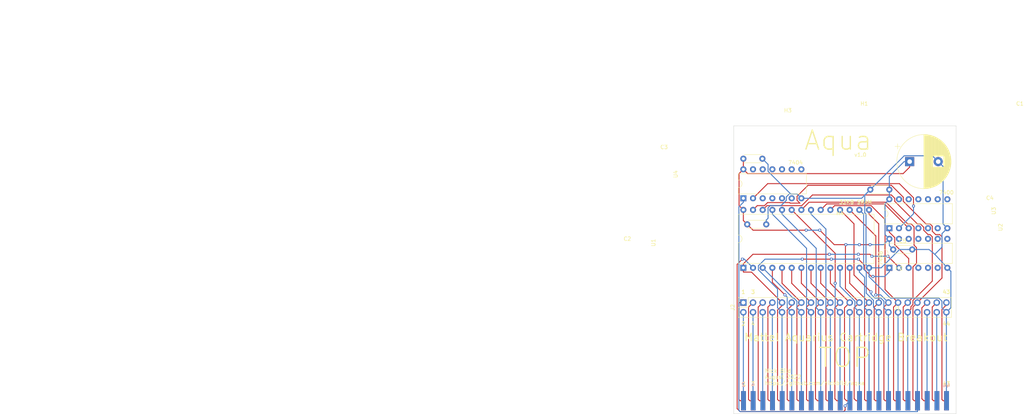
<source format=kicad_pcb>
(kicad_pcb (version 20171130) (host pcbnew "(5.1.5-0)")

  (general
    (thickness 1.6)
    (drawings 25)
    (tracks 444)
    (zones 0)
    (modules 15)
    (nets 48)
  )

  (page A4)
  (layers
    (0 F.Cu signal)
    (31 B.Cu signal)
    (32 B.Adhes user)
    (33 F.Adhes user)
    (34 B.Paste user)
    (35 F.Paste user)
    (36 B.SilkS user)
    (37 F.SilkS user)
    (38 B.Mask user)
    (39 F.Mask user)
    (40 Dwgs.User user)
    (41 Cmts.User user)
    (42 Eco1.User user)
    (43 Eco2.User user)
    (44 Edge.Cuts user)
    (45 Margin user)
    (46 B.CrtYd user)
    (47 F.CrtYd user)
    (48 B.Fab user)
    (49 F.Fab user)
  )

  (setup
    (last_trace_width 0.25)
    (trace_clearance 0.2)
    (zone_clearance 0.508)
    (zone_45_only no)
    (trace_min 0.2)
    (via_size 0.8)
    (via_drill 0.4)
    (via_min_size 0.4)
    (via_min_drill 0.3)
    (uvia_size 0.3)
    (uvia_drill 0.1)
    (uvias_allowed no)
    (uvia_min_size 0.2)
    (uvia_min_drill 0.1)
    (edge_width 0.05)
    (segment_width 0.2)
    (pcb_text_width 0.3)
    (pcb_text_size 1.5 1.5)
    (mod_edge_width 0.12)
    (mod_text_size 1 1)
    (mod_text_width 0.15)
    (pad_size 1.524 1.524)
    (pad_drill 0.762)
    (pad_to_mask_clearance 0.051)
    (solder_mask_min_width 0.25)
    (aux_axis_origin 0 0)
    (visible_elements FFFFFF7F)
    (pcbplotparams
      (layerselection 0x010fc_ffffffff)
      (usegerberextensions true)
      (usegerberattributes false)
      (usegerberadvancedattributes false)
      (creategerberjobfile false)
      (excludeedgelayer true)
      (linewidth 0.100000)
      (plotframeref false)
      (viasonmask false)
      (mode 1)
      (useauxorigin false)
      (hpglpennumber 1)
      (hpglpenspeed 20)
      (hpglpendiameter 15.000000)
      (psnegative false)
      (psa4output false)
      (plotreference true)
      (plotvalue true)
      (plotinvisibletext false)
      (padsonsilk false)
      (subtractmaskfromsilk true)
      (outputformat 1)
      (mirror false)
      (drillshape 0)
      (scaleselection 1)
      (outputdirectory "./gerber"))
  )

  (net 0 "")
  (net 1 "Net-(J1-Pad1)")
  (net 2 "Net-(J1-Pad3)")
  (net 3 "Net-(J1-Pad5)")
  (net 4 "Net-(J1-Pad7)")
  (net 5 "Net-(J1-Pad9)")
  (net 6 "Net-(J1-Pad11)")
  (net 7 "Net-(J1-Pad13)")
  (net 8 "Net-(J1-Pad15)")
  (net 9 "Net-(J1-Pad17)")
  (net 10 "Net-(J1-Pad19)")
  (net 11 "Net-(J1-Pad21)")
  (net 12 "Net-(J1-Pad23)")
  (net 13 "Net-(J1-Pad27)")
  (net 14 "Net-(J1-Pad29)")
  (net 15 "Net-(J1-Pad31)")
  (net 16 "Net-(J1-Pad33)")
  (net 17 "Net-(J1-Pad35)")
  (net 18 "Net-(J1-Pad37)")
  (net 19 "Net-(J1-Pad39)")
  (net 20 "Net-(J1-Pad41)")
  (net 21 "Net-(J1-Pad43)")
  (net 22 "Net-(J1-Pad2)")
  (net 23 "Net-(J1-Pad4)")
  (net 24 "Net-(J1-Pad6)")
  (net 25 "Net-(J1-Pad8)")
  (net 26 "Net-(J1-Pad10)")
  (net 27 "Net-(J1-Pad12)")
  (net 28 "Net-(J1-Pad14)")
  (net 29 "Net-(J1-Pad16)")
  (net 30 "Net-(J1-Pad18)")
  (net 31 "Net-(J1-Pad20)")
  (net 32 "Net-(J1-Pad22)")
  (net 33 "Net-(J1-Pad24)")
  (net 34 "Net-(J1-Pad26)")
  (net 35 "Net-(J1-Pad28)")
  (net 36 "Net-(J1-Pad30)")
  (net 37 "Net-(J1-Pad32)")
  (net 38 "Net-(J1-Pad34)")
  (net 39 "Net-(J1-Pad36)")
  (net 40 "Net-(J1-Pad38)")
  (net 41 "Net-(J1-Pad40)")
  (net 42 "Net-(J1-Pad42)")
  (net 43 "Net-(C1-Pad2)")
  (net 44 "Net-(C1-Pad1)")
  (net 45 "Net-(U1-Pad20)")
  (net 46 "Net-(U2-Pad3)")
  (net 47 "Net-(U3-Pad2)")

  (net_class Default "This is the default net class."
    (clearance 0.2)
    (trace_width 0.25)
    (via_dia 0.8)
    (via_drill 0.4)
    (uvia_dia 0.3)
    (uvia_drill 0.1)
    (add_net "Net-(C1-Pad1)")
    (add_net "Net-(C1-Pad2)")
    (add_net "Net-(J1-Pad1)")
    (add_net "Net-(J1-Pad10)")
    (add_net "Net-(J1-Pad11)")
    (add_net "Net-(J1-Pad12)")
    (add_net "Net-(J1-Pad13)")
    (add_net "Net-(J1-Pad14)")
    (add_net "Net-(J1-Pad15)")
    (add_net "Net-(J1-Pad16)")
    (add_net "Net-(J1-Pad17)")
    (add_net "Net-(J1-Pad18)")
    (add_net "Net-(J1-Pad19)")
    (add_net "Net-(J1-Pad2)")
    (add_net "Net-(J1-Pad20)")
    (add_net "Net-(J1-Pad21)")
    (add_net "Net-(J1-Pad22)")
    (add_net "Net-(J1-Pad23)")
    (add_net "Net-(J1-Pad24)")
    (add_net "Net-(J1-Pad26)")
    (add_net "Net-(J1-Pad27)")
    (add_net "Net-(J1-Pad28)")
    (add_net "Net-(J1-Pad29)")
    (add_net "Net-(J1-Pad3)")
    (add_net "Net-(J1-Pad30)")
    (add_net "Net-(J1-Pad31)")
    (add_net "Net-(J1-Pad32)")
    (add_net "Net-(J1-Pad33)")
    (add_net "Net-(J1-Pad34)")
    (add_net "Net-(J1-Pad35)")
    (add_net "Net-(J1-Pad36)")
    (add_net "Net-(J1-Pad37)")
    (add_net "Net-(J1-Pad38)")
    (add_net "Net-(J1-Pad39)")
    (add_net "Net-(J1-Pad4)")
    (add_net "Net-(J1-Pad40)")
    (add_net "Net-(J1-Pad41)")
    (add_net "Net-(J1-Pad42)")
    (add_net "Net-(J1-Pad43)")
    (add_net "Net-(J1-Pad5)")
    (add_net "Net-(J1-Pad6)")
    (add_net "Net-(J1-Pad7)")
    (add_net "Net-(J1-Pad8)")
    (add_net "Net-(J1-Pad9)")
    (add_net "Net-(U1-Pad20)")
    (add_net "Net-(U2-Pad3)")
    (add_net "Net-(U3-Pad2)")
  )

  (module MountingHole:MountingHole_3.2mm_M3 (layer F.Cu) (tedit 56D1B4CB) (tstamp 630E7C4A)
    (at 157.988 69.342)
    (descr "Mounting Hole 3.2mm, no annular, M3")
    (tags "mounting hole 3.2mm no annular m3")
    (path /63758AF4)
    (attr virtual)
    (fp_text reference H4 (at 0 -4.2) (layer F.SilkS)
      (effects (font (size 1 1) (thickness 0.15)))
    )
    (fp_text value MountingHole (at 0 4.2) (layer F.Fab)
      (effects (font (size 1 1) (thickness 0.15)))
    )
    (fp_circle (center 0 0) (end 3.45 0) (layer F.CrtYd) (width 0.05))
    (fp_circle (center 0 0) (end 3.2 0) (layer Cmts.User) (width 0.15))
    (fp_text user %R (at 0.3 0) (layer F.Fab)
      (effects (font (size 1 1) (thickness 0.15)))
    )
    (pad 1 np_thru_hole circle (at 0 0) (size 3.2 3.2) (drill 3.2) (layers *.Cu *.Mask))
  )

  (module MountingHole:MountingHole_3.2mm_M3 (layer F.Cu) (tedit 56D1B4CB) (tstamp 630E7C42)
    (at 142.748 45.974)
    (descr "Mounting Hole 3.2mm, no annular, M3")
    (tags "mounting hole 3.2mm no annular m3")
    (path /637582AF)
    (attr virtual)
    (fp_text reference H3 (at 1.524 -7.874) (layer F.SilkS)
      (effects (font (size 1 1) (thickness 0.15)))
    )
    (fp_text value MountingHole (at 0 4.2) (layer F.Fab)
      (effects (font (size 1 1) (thickness 0.15)))
    )
    (fp_circle (center 0 0) (end 3.45 0) (layer F.CrtYd) (width 0.05))
    (fp_circle (center 0 0) (end 3.2 0) (layer Cmts.User) (width 0.15))
    (fp_text user %R (at 0.3 0) (layer F.Fab)
      (effects (font (size 1 1) (thickness 0.15)))
    )
    (pad 1 np_thru_hole circle (at 0 0) (size 3.2 3.2) (drill 3.2) (layers *.Cu *.Mask))
  )

  (module MountingHole:MountingHole_3.2mm_M3 (layer F.Cu) (tedit 56D1B4CB) (tstamp 630E7C3A)
    (at 173.482 83.82)
    (descr "Mounting Hole 3.2mm, no annular, M3")
    (tags "mounting hole 3.2mm no annular m3")
    (path /63757ABA)
    (attr virtual)
    (fp_text reference H2 (at 0 -4.2) (layer F.SilkS)
      (effects (font (size 1 1) (thickness 0.15)))
    )
    (fp_text value MountingHole (at 0 4.2) (layer F.Fab)
      (effects (font (size 1 1) (thickness 0.15)))
    )
    (fp_circle (center 0 0) (end 3.45 0) (layer F.CrtYd) (width 0.05))
    (fp_circle (center 0 0) (end 3.2 0) (layer Cmts.User) (width 0.15))
    (fp_text user %R (at 0.3 0) (layer F.Fab)
      (effects (font (size 1 1) (thickness 0.15)))
    )
    (pad 1 np_thru_hole circle (at 0 0) (size 3.2 3.2) (drill 3.2) (layers *.Cu *.Mask))
  )

  (module MountingHole:MountingHole_3.2mm_M3 (layer F.Cu) (tedit 56D1B4CB) (tstamp 630E7C32)
    (at 170.688 45.974)
    (descr "Mounting Hole 3.2mm, no annular, M3")
    (tags "mounting hole 3.2mm no annular m3")
    (path /63756F08)
    (attr virtual)
    (fp_text reference H1 (at -6.35 -9.652) (layer F.SilkS)
      (effects (font (size 1 1) (thickness 0.15)))
    )
    (fp_text value MountingHole (at 0 4.2) (layer F.Fab)
      (effects (font (size 1 1) (thickness 0.15)))
    )
    (fp_circle (center 0 0) (end 3.45 0) (layer F.CrtYd) (width 0.05))
    (fp_circle (center 0 0) (end 3.2 0) (layer Cmts.User) (width 0.15))
    (fp_text user %R (at 0.3 0) (layer F.Fab)
      (effects (font (size 1 1) (thickness 0.15)))
    )
    (pad 1 np_thru_hole circle (at 0 0) (size 3.2 3.2) (drill 3.2) (layers *.Cu *.Mask))
  )

  (module Package_DIP:DIP-14_W7.62mm (layer F.Cu) (tedit 5A02E8C5) (tstamp 630E5FA8)
    (at 132.588 61.214 90)
    (descr "14-lead though-hole mounted DIP package, row spacing 7.62 mm (300 mils)")
    (tags "THT DIP DIL PDIP 2.54mm 7.62mm 300mil")
    (path /6310BB72)
    (fp_text reference U4 (at 6.35 -17.78 90) (layer F.SilkS)
      (effects (font (size 1 1) (thickness 0.15)))
    )
    (fp_text value 74LS04 (at 3.81 17.57 90) (layer F.Fab)
      (effects (font (size 1 1) (thickness 0.15)))
    )
    (fp_text user %R (at 3.81 7.62 90) (layer F.Fab)
      (effects (font (size 1 1) (thickness 0.15)))
    )
    (fp_line (start 8.7 -1.55) (end -1.1 -1.55) (layer F.CrtYd) (width 0.05))
    (fp_line (start 8.7 16.8) (end 8.7 -1.55) (layer F.CrtYd) (width 0.05))
    (fp_line (start -1.1 16.8) (end 8.7 16.8) (layer F.CrtYd) (width 0.05))
    (fp_line (start -1.1 -1.55) (end -1.1 16.8) (layer F.CrtYd) (width 0.05))
    (fp_line (start 6.46 -1.33) (end 4.81 -1.33) (layer F.SilkS) (width 0.12))
    (fp_line (start 6.46 16.57) (end 6.46 -1.33) (layer F.SilkS) (width 0.12))
    (fp_line (start 1.16 16.57) (end 6.46 16.57) (layer F.SilkS) (width 0.12))
    (fp_line (start 1.16 -1.33) (end 1.16 16.57) (layer F.SilkS) (width 0.12))
    (fp_line (start 2.81 -1.33) (end 1.16 -1.33) (layer F.SilkS) (width 0.12))
    (fp_line (start 0.635 -0.27) (end 1.635 -1.27) (layer F.Fab) (width 0.1))
    (fp_line (start 0.635 16.51) (end 0.635 -0.27) (layer F.Fab) (width 0.1))
    (fp_line (start 6.985 16.51) (end 0.635 16.51) (layer F.Fab) (width 0.1))
    (fp_line (start 6.985 -1.27) (end 6.985 16.51) (layer F.Fab) (width 0.1))
    (fp_line (start 1.635 -1.27) (end 6.985 -1.27) (layer F.Fab) (width 0.1))
    (fp_arc (start 3.81 -1.33) (end 2.81 -1.33) (angle -180) (layer F.SilkS) (width 0.12))
    (pad 14 thru_hole oval (at 7.62 0 90) (size 1.6 1.6) (drill 0.8) (layers *.Cu *.Mask)
      (net 44 "Net-(C1-Pad1)"))
    (pad 7 thru_hole oval (at 0 15.24 90) (size 1.6 1.6) (drill 0.8) (layers *.Cu *.Mask)
      (net 43 "Net-(C1-Pad2)"))
    (pad 13 thru_hole oval (at 7.62 2.54 90) (size 1.6 1.6) (drill 0.8) (layers *.Cu *.Mask))
    (pad 6 thru_hole oval (at 0 12.7 90) (size 1.6 1.6) (drill 0.8) (layers *.Cu *.Mask))
    (pad 12 thru_hole oval (at 7.62 5.08 90) (size 1.6 1.6) (drill 0.8) (layers *.Cu *.Mask))
    (pad 5 thru_hole oval (at 0 10.16 90) (size 1.6 1.6) (drill 0.8) (layers *.Cu *.Mask))
    (pad 11 thru_hole oval (at 7.62 7.62 90) (size 1.6 1.6) (drill 0.8) (layers *.Cu *.Mask))
    (pad 4 thru_hole oval (at 0 7.62 90) (size 1.6 1.6) (drill 0.8) (layers *.Cu *.Mask))
    (pad 10 thru_hole oval (at 7.62 10.16 90) (size 1.6 1.6) (drill 0.8) (layers *.Cu *.Mask))
    (pad 3 thru_hole oval (at 0 5.08 90) (size 1.6 1.6) (drill 0.8) (layers *.Cu *.Mask))
    (pad 9 thru_hole oval (at 7.62 12.7 90) (size 1.6 1.6) (drill 0.8) (layers *.Cu *.Mask))
    (pad 2 thru_hole oval (at 0 2.54 90) (size 1.6 1.6) (drill 0.8) (layers *.Cu *.Mask)
      (net 47 "Net-(U3-Pad2)"))
    (pad 8 thru_hole oval (at 7.62 15.24 90) (size 1.6 1.6) (drill 0.8) (layers *.Cu *.Mask))
    (pad 1 thru_hole rect (at 0 0 90) (size 1.6 1.6) (drill 0.8) (layers *.Cu *.Mask)
      (net 40 "Net-(J1-Pad38)"))
    (model ${KISYS3DMOD}/Package_DIP.3dshapes/DIP-14_W7.62mm.wrl
      (at (xyz 0 0 0))
      (scale (xyz 1 1 1))
      (rotate (xyz 0 0 0))
    )
  )

  (module Package_DIP:DIP-14_W7.62mm (layer F.Cu) (tedit 5A02E8C5) (tstamp 630E5F86)
    (at 170.942 69.088 90)
    (descr "14-lead though-hole mounted DIP package, row spacing 7.62 mm (300 mils)")
    (tags "THT DIP DIL PDIP 2.54mm 7.62mm 300mil")
    (path /63101708)
    (fp_text reference U3 (at 4.572 27.432 90) (layer F.SilkS)
      (effects (font (size 1 1) (thickness 0.15)))
    )
    (fp_text value 74LS00 (at 3.81 17.57 90) (layer F.Fab)
      (effects (font (size 1 1) (thickness 0.15)))
    )
    (fp_text user %R (at 3.81 7.62 90) (layer F.Fab)
      (effects (font (size 1 1) (thickness 0.15)))
    )
    (fp_line (start 8.7 -1.55) (end -1.1 -1.55) (layer F.CrtYd) (width 0.05))
    (fp_line (start 8.7 16.8) (end 8.7 -1.55) (layer F.CrtYd) (width 0.05))
    (fp_line (start -1.1 16.8) (end 8.7 16.8) (layer F.CrtYd) (width 0.05))
    (fp_line (start -1.1 -1.55) (end -1.1 16.8) (layer F.CrtYd) (width 0.05))
    (fp_line (start 6.46 -1.33) (end 4.81 -1.33) (layer F.SilkS) (width 0.12))
    (fp_line (start 6.46 16.57) (end 6.46 -1.33) (layer F.SilkS) (width 0.12))
    (fp_line (start 1.16 16.57) (end 6.46 16.57) (layer F.SilkS) (width 0.12))
    (fp_line (start 1.16 -1.33) (end 1.16 16.57) (layer F.SilkS) (width 0.12))
    (fp_line (start 2.81 -1.33) (end 1.16 -1.33) (layer F.SilkS) (width 0.12))
    (fp_line (start 0.635 -0.27) (end 1.635 -1.27) (layer F.Fab) (width 0.1))
    (fp_line (start 0.635 16.51) (end 0.635 -0.27) (layer F.Fab) (width 0.1))
    (fp_line (start 6.985 16.51) (end 0.635 16.51) (layer F.Fab) (width 0.1))
    (fp_line (start 6.985 -1.27) (end 6.985 16.51) (layer F.Fab) (width 0.1))
    (fp_line (start 1.635 -1.27) (end 6.985 -1.27) (layer F.Fab) (width 0.1))
    (fp_arc (start 3.81 -1.33) (end 2.81 -1.33) (angle -180) (layer F.SilkS) (width 0.12))
    (pad 14 thru_hole oval (at 7.62 0 90) (size 1.6 1.6) (drill 0.8) (layers *.Cu *.Mask)
      (net 44 "Net-(C1-Pad1)"))
    (pad 7 thru_hole oval (at 0 15.24 90) (size 1.6 1.6) (drill 0.8) (layers *.Cu *.Mask)
      (net 43 "Net-(C1-Pad2)"))
    (pad 13 thru_hole oval (at 7.62 2.54 90) (size 1.6 1.6) (drill 0.8) (layers *.Cu *.Mask))
    (pad 6 thru_hole oval (at 0 12.7 90) (size 1.6 1.6) (drill 0.8) (layers *.Cu *.Mask))
    (pad 12 thru_hole oval (at 7.62 5.08 90) (size 1.6 1.6) (drill 0.8) (layers *.Cu *.Mask))
    (pad 5 thru_hole oval (at 0 10.16 90) (size 1.6 1.6) (drill 0.8) (layers *.Cu *.Mask))
    (pad 11 thru_hole oval (at 7.62 7.62 90) (size 1.6 1.6) (drill 0.8) (layers *.Cu *.Mask))
    (pad 4 thru_hole oval (at 0 7.62 90) (size 1.6 1.6) (drill 0.8) (layers *.Cu *.Mask))
    (pad 10 thru_hole oval (at 7.62 10.16 90) (size 1.6 1.6) (drill 0.8) (layers *.Cu *.Mask))
    (pad 3 thru_hole oval (at 0 5.08 90) (size 1.6 1.6) (drill 0.8) (layers *.Cu *.Mask)
      (net 45 "Net-(U1-Pad20)"))
    (pad 9 thru_hole oval (at 7.62 12.7 90) (size 1.6 1.6) (drill 0.8) (layers *.Cu *.Mask))
    (pad 2 thru_hole oval (at 0 2.54 90) (size 1.6 1.6) (drill 0.8) (layers *.Cu *.Mask)
      (net 47 "Net-(U3-Pad2)"))
    (pad 8 thru_hole oval (at 7.62 15.24 90) (size 1.6 1.6) (drill 0.8) (layers *.Cu *.Mask))
    (pad 1 thru_hole rect (at 0 0 90) (size 1.6 1.6) (drill 0.8) (layers *.Cu *.Mask)
      (net 46 "Net-(U2-Pad3)"))
    (model ${KISYS3DMOD}/Package_DIP.3dshapes/DIP-14_W7.62mm.wrl
      (at (xyz 0 0 0))
      (scale (xyz 1 1 1))
      (rotate (xyz 0 0 0))
    )
  )

  (module Package_DIP:DIP-14_W7.62mm (layer F.Cu) (tedit 5A02E8C5) (tstamp 630E5F64)
    (at 170.942 79.502 90)
    (descr "14-lead though-hole mounted DIP package, row spacing 7.62 mm (300 mils)")
    (tags "THT DIP DIL PDIP 2.54mm 7.62mm 300mil")
    (path /630F5ED0)
    (fp_text reference U2 (at 10.668 29.21 90) (layer F.SilkS)
      (effects (font (size 1 1) (thickness 0.15)))
    )
    (fp_text value 74LS86 (at 3.81 17.57 90) (layer F.Fab)
      (effects (font (size 1 1) (thickness 0.15)))
    )
    (fp_text user %R (at 3.81 7.62 90) (layer F.Fab)
      (effects (font (size 1 1) (thickness 0.15)))
    )
    (fp_line (start 8.7 -1.55) (end -1.1 -1.55) (layer F.CrtYd) (width 0.05))
    (fp_line (start 8.7 16.8) (end 8.7 -1.55) (layer F.CrtYd) (width 0.05))
    (fp_line (start -1.1 16.8) (end 8.7 16.8) (layer F.CrtYd) (width 0.05))
    (fp_line (start -1.1 -1.55) (end -1.1 16.8) (layer F.CrtYd) (width 0.05))
    (fp_line (start 6.46 -1.33) (end 4.81 -1.33) (layer F.SilkS) (width 0.12))
    (fp_line (start 6.46 16.57) (end 6.46 -1.33) (layer F.SilkS) (width 0.12))
    (fp_line (start 1.16 16.57) (end 6.46 16.57) (layer F.SilkS) (width 0.12))
    (fp_line (start 1.16 -1.33) (end 1.16 16.57) (layer F.SilkS) (width 0.12))
    (fp_line (start 2.81 -1.33) (end 1.16 -1.33) (layer F.SilkS) (width 0.12))
    (fp_line (start 0.635 -0.27) (end 1.635 -1.27) (layer F.Fab) (width 0.1))
    (fp_line (start 0.635 16.51) (end 0.635 -0.27) (layer F.Fab) (width 0.1))
    (fp_line (start 6.985 16.51) (end 0.635 16.51) (layer F.Fab) (width 0.1))
    (fp_line (start 6.985 -1.27) (end 6.985 16.51) (layer F.Fab) (width 0.1))
    (fp_line (start 1.635 -1.27) (end 6.985 -1.27) (layer F.Fab) (width 0.1))
    (fp_arc (start 3.81 -1.33) (end 2.81 -1.33) (angle -180) (layer F.SilkS) (width 0.12))
    (pad 14 thru_hole oval (at 7.62 0 90) (size 1.6 1.6) (drill 0.8) (layers *.Cu *.Mask)
      (net 44 "Net-(C1-Pad1)"))
    (pad 7 thru_hole oval (at 0 15.24 90) (size 1.6 1.6) (drill 0.8) (layers *.Cu *.Mask)
      (net 43 "Net-(C1-Pad2)"))
    (pad 13 thru_hole oval (at 7.62 2.54 90) (size 1.6 1.6) (drill 0.8) (layers *.Cu *.Mask))
    (pad 6 thru_hole oval (at 0 12.7 90) (size 1.6 1.6) (drill 0.8) (layers *.Cu *.Mask))
    (pad 12 thru_hole oval (at 7.62 5.08 90) (size 1.6 1.6) (drill 0.8) (layers *.Cu *.Mask))
    (pad 5 thru_hole oval (at 0 10.16 90) (size 1.6 1.6) (drill 0.8) (layers *.Cu *.Mask))
    (pad 11 thru_hole oval (at 7.62 7.62 90) (size 1.6 1.6) (drill 0.8) (layers *.Cu *.Mask))
    (pad 4 thru_hole oval (at 0 7.62 90) (size 1.6 1.6) (drill 0.8) (layers *.Cu *.Mask))
    (pad 10 thru_hole oval (at 7.62 10.16 90) (size 1.6 1.6) (drill 0.8) (layers *.Cu *.Mask))
    (pad 3 thru_hole oval (at 0 5.08 90) (size 1.6 1.6) (drill 0.8) (layers *.Cu *.Mask)
      (net 46 "Net-(U2-Pad3)"))
    (pad 9 thru_hole oval (at 7.62 12.7 90) (size 1.6 1.6) (drill 0.8) (layers *.Cu *.Mask))
    (pad 2 thru_hole oval (at 0 2.54 90) (size 1.6 1.6) (drill 0.8) (layers *.Cu *.Mask)
      (net 5 "Net-(J1-Pad9)"))
    (pad 8 thru_hole oval (at 7.62 15.24 90) (size 1.6 1.6) (drill 0.8) (layers *.Cu *.Mask))
    (pad 1 thru_hole rect (at 0 0 90) (size 1.6 1.6) (drill 0.8) (layers *.Cu *.Mask)
      (net 26 "Net-(J1-Pad10)"))
    (model ${KISYS3DMOD}/Package_DIP.3dshapes/DIP-14_W7.62mm.wrl
      (at (xyz 0 0 0))
      (scale (xyz 1 1 1))
      (rotate (xyz 0 0 0))
    )
  )

  (module Package_DIP:DIP-28_W15.24mm (layer F.Cu) (tedit 5A02E8C5) (tstamp 630E5F42)
    (at 132.588 79.502 90)
    (descr "28-lead though-hole mounted DIP package, row spacing 15.24 mm (600 mils)")
    (tags "THT DIP DIL PDIP 2.54mm 15.24mm 600mil")
    (path /630ED69A)
    (fp_text reference U1 (at 6.604 -23.622 90) (layer F.SilkS)
      (effects (font (size 1 1) (thickness 0.15)))
    )
    (fp_text value 28C256 (at 7.62 35.35 90) (layer F.Fab)
      (effects (font (size 1 1) (thickness 0.15)))
    )
    (fp_text user %R (at 7.62 16.51 90) (layer F.Fab)
      (effects (font (size 1 1) (thickness 0.15)))
    )
    (fp_line (start 16.3 -1.55) (end -1.05 -1.55) (layer F.CrtYd) (width 0.05))
    (fp_line (start 16.3 34.55) (end 16.3 -1.55) (layer F.CrtYd) (width 0.05))
    (fp_line (start -1.05 34.55) (end 16.3 34.55) (layer F.CrtYd) (width 0.05))
    (fp_line (start -1.05 -1.55) (end -1.05 34.55) (layer F.CrtYd) (width 0.05))
    (fp_line (start 14.08 -1.33) (end 8.62 -1.33) (layer F.SilkS) (width 0.12))
    (fp_line (start 14.08 34.35) (end 14.08 -1.33) (layer F.SilkS) (width 0.12))
    (fp_line (start 1.16 34.35) (end 14.08 34.35) (layer F.SilkS) (width 0.12))
    (fp_line (start 1.16 -1.33) (end 1.16 34.35) (layer F.SilkS) (width 0.12))
    (fp_line (start 6.62 -1.33) (end 1.16 -1.33) (layer F.SilkS) (width 0.12))
    (fp_line (start 0.255 -0.27) (end 1.255 -1.27) (layer F.Fab) (width 0.1))
    (fp_line (start 0.255 34.29) (end 0.255 -0.27) (layer F.Fab) (width 0.1))
    (fp_line (start 14.985 34.29) (end 0.255 34.29) (layer F.Fab) (width 0.1))
    (fp_line (start 14.985 -1.27) (end 14.985 34.29) (layer F.Fab) (width 0.1))
    (fp_line (start 1.255 -1.27) (end 14.985 -1.27) (layer F.Fab) (width 0.1))
    (fp_arc (start 7.62 -1.33) (end 6.62 -1.33) (angle -180) (layer F.SilkS) (width 0.12))
    (pad 28 thru_hole oval (at 15.24 0 90) (size 1.6 1.6) (drill 0.8) (layers *.Cu *.Mask)
      (net 44 "Net-(C1-Pad1)"))
    (pad 14 thru_hole oval (at 0 33.02 90) (size 1.6 1.6) (drill 0.8) (layers *.Cu *.Mask)
      (net 43 "Net-(C1-Pad2)"))
    (pad 27 thru_hole oval (at 15.24 2.54 90) (size 1.6 1.6) (drill 0.8) (layers *.Cu *.Mask)
      (net 18 "Net-(J1-Pad37)"))
    (pad 13 thru_hole oval (at 0 30.48 90) (size 1.6 1.6) (drill 0.8) (layers *.Cu *.Mask)
      (net 35 "Net-(J1-Pad28)"))
    (pad 26 thru_hole oval (at 15.24 5.08 90) (size 1.6 1.6) (drill 0.8) (layers *.Cu *.Mask)
      (net 39 "Net-(J1-Pad36)"))
    (pad 12 thru_hole oval (at 0 27.94 90) (size 1.6 1.6) (drill 0.8) (layers *.Cu *.Mask)
      (net 13 "Net-(J1-Pad27)"))
    (pad 25 thru_hole oval (at 15.24 7.62 90) (size 1.6 1.6) (drill 0.8) (layers *.Cu *.Mask)
      (net 29 "Net-(J1-Pad16)"))
    (pad 11 thru_hole oval (at 0 25.4 90) (size 1.6 1.6) (drill 0.8) (layers *.Cu *.Mask)
      (net 34 "Net-(J1-Pad26)"))
    (pad 24 thru_hole oval (at 15.24 10.16 90) (size 1.6 1.6) (drill 0.8) (layers *.Cu *.Mask)
      (net 30 "Net-(J1-Pad18)"))
    (pad 10 thru_hole oval (at 0 22.86 90) (size 1.6 1.6) (drill 0.8) (layers *.Cu *.Mask)
      (net 12 "Net-(J1-Pad23)"))
    (pad 23 thru_hole oval (at 15.24 12.7 90) (size 1.6 1.6) (drill 0.8) (layers *.Cu *.Mask)
      (net 32 "Net-(J1-Pad22)"))
    (pad 9 thru_hole oval (at 0 20.32 90) (size 1.6 1.6) (drill 0.8) (layers *.Cu *.Mask)
      (net 11 "Net-(J1-Pad21)"))
    (pad 22 thru_hole oval (at 15.24 15.24 90) (size 1.6 1.6) (drill 0.8) (layers *.Cu *.Mask)
      (net 17 "Net-(J1-Pad35)"))
    (pad 8 thru_hole oval (at 0 17.78 90) (size 1.6 1.6) (drill 0.8) (layers *.Cu *.Mask)
      (net 10 "Net-(J1-Pad19)"))
    (pad 21 thru_hole oval (at 15.24 17.78 90) (size 1.6 1.6) (drill 0.8) (layers *.Cu *.Mask)
      (net 31 "Net-(J1-Pad20)"))
    (pad 7 thru_hole oval (at 0 15.24 90) (size 1.6 1.6) (drill 0.8) (layers *.Cu *.Mask)
      (net 9 "Net-(J1-Pad17)"))
    (pad 20 thru_hole oval (at 15.24 20.32 90) (size 1.6 1.6) (drill 0.8) (layers *.Cu *.Mask)
      (net 45 "Net-(U1-Pad20)"))
    (pad 6 thru_hole oval (at 0 12.7 90) (size 1.6 1.6) (drill 0.8) (layers *.Cu *.Mask)
      (net 8 "Net-(J1-Pad15)"))
    (pad 19 thru_hole oval (at 15.24 22.86 90) (size 1.6 1.6) (drill 0.8) (layers *.Cu *.Mask)
      (net 16 "Net-(J1-Pad33)"))
    (pad 5 thru_hole oval (at 0 10.16 90) (size 1.6 1.6) (drill 0.8) (layers *.Cu *.Mask)
      (net 7 "Net-(J1-Pad13)"))
    (pad 18 thru_hole oval (at 15.24 25.4 90) (size 1.6 1.6) (drill 0.8) (layers *.Cu *.Mask)
      (net 37 "Net-(J1-Pad32)"))
    (pad 4 thru_hole oval (at 0 7.62 90) (size 1.6 1.6) (drill 0.8) (layers *.Cu *.Mask)
      (net 27 "Net-(J1-Pad12)"))
    (pad 17 thru_hole oval (at 15.24 27.94 90) (size 1.6 1.6) (drill 0.8) (layers *.Cu *.Mask)
      (net 15 "Net-(J1-Pad31)"))
    (pad 3 thru_hole oval (at 0 5.08 90) (size 1.6 1.6) (drill 0.8) (layers *.Cu *.Mask)
      (net 28 "Net-(J1-Pad14)"))
    (pad 16 thru_hole oval (at 15.24 30.48 90) (size 1.6 1.6) (drill 0.8) (layers *.Cu *.Mask)
      (net 36 "Net-(J1-Pad30)"))
    (pad 2 thru_hole oval (at 0 2.54 90) (size 1.6 1.6) (drill 0.8) (layers *.Cu *.Mask)
      (net 33 "Net-(J1-Pad24)"))
    (pad 15 thru_hole oval (at 15.24 33.02 90) (size 1.6 1.6) (drill 0.8) (layers *.Cu *.Mask)
      (net 14 "Net-(J1-Pad29)"))
    (pad 1 thru_hole rect (at 0 0 90) (size 1.6 1.6) (drill 0.8) (layers *.Cu *.Mask)
      (net 5 "Net-(J1-Pad9)"))
    (model ${KISYS3DMOD}/Package_DIP.3dshapes/DIP-28_W15.24mm.wrl
      (at (xyz 0 0 0))
      (scale (xyz 1 1 1))
      (rotate (xyz 0 0 0))
    )
  )

  (module Capacitor_THT:C_Disc_D4.3mm_W1.9mm_P5.00mm (layer F.Cu) (tedit 5AE50EF0) (tstamp 630E5E30)
    (at 171.958 74.676)
    (descr "C, Disc series, Radial, pin pitch=5.00mm, , diameter*width=4.3*1.9mm^2, Capacitor, http://www.vishay.com/docs/45233/krseries.pdf")
    (tags "C Disc series Radial pin pitch 5.00mm  diameter 4.3mm width 1.9mm Capacitor")
    (path /63521D19)
    (fp_text reference C5 (at 2.5 -2.2) (layer F.SilkS)
      (effects (font (size 1 1) (thickness 0.15)))
    )
    (fp_text value C (at 2.5 2.2) (layer F.Fab)
      (effects (font (size 1 1) (thickness 0.15)))
    )
    (fp_text user %R (at 2.5 0) (layer F.Fab)
      (effects (font (size 0.86 0.86) (thickness 0.129)))
    )
    (fp_line (start 6.05 -1.2) (end -1.05 -1.2) (layer F.CrtYd) (width 0.05))
    (fp_line (start 6.05 1.2) (end 6.05 -1.2) (layer F.CrtYd) (width 0.05))
    (fp_line (start -1.05 1.2) (end 6.05 1.2) (layer F.CrtYd) (width 0.05))
    (fp_line (start -1.05 -1.2) (end -1.05 1.2) (layer F.CrtYd) (width 0.05))
    (fp_line (start 4.77 1.055) (end 4.77 1.07) (layer F.SilkS) (width 0.12))
    (fp_line (start 4.77 -1.07) (end 4.77 -1.055) (layer F.SilkS) (width 0.12))
    (fp_line (start 0.23 1.055) (end 0.23 1.07) (layer F.SilkS) (width 0.12))
    (fp_line (start 0.23 -1.07) (end 0.23 -1.055) (layer F.SilkS) (width 0.12))
    (fp_line (start 0.23 1.07) (end 4.77 1.07) (layer F.SilkS) (width 0.12))
    (fp_line (start 0.23 -1.07) (end 4.77 -1.07) (layer F.SilkS) (width 0.12))
    (fp_line (start 4.65 -0.95) (end 0.35 -0.95) (layer F.Fab) (width 0.1))
    (fp_line (start 4.65 0.95) (end 4.65 -0.95) (layer F.Fab) (width 0.1))
    (fp_line (start 0.35 0.95) (end 4.65 0.95) (layer F.Fab) (width 0.1))
    (fp_line (start 0.35 -0.95) (end 0.35 0.95) (layer F.Fab) (width 0.1))
    (pad 2 thru_hole circle (at 5 0) (size 1.6 1.6) (drill 0.8) (layers *.Cu *.Mask)
      (net 43 "Net-(C1-Pad2)"))
    (pad 1 thru_hole circle (at 0 0) (size 1.6 1.6) (drill 0.8) (layers *.Cu *.Mask)
      (net 44 "Net-(C1-Pad1)"))
    (model ${KISYS3DMOD}/Capacitor_THT.3dshapes/C_Disc_D4.3mm_W1.9mm_P5.00mm.wrl
      (at (xyz 0 0 0))
      (scale (xyz 1 1 1))
      (rotate (xyz 0 0 0))
    )
  )

  (module Capacitor_THT:C_Disc_D4.3mm_W1.9mm_P5.00mm (layer F.Cu) (tedit 5AE50EF0) (tstamp 630E5E1B)
    (at 170.942 58.928 180)
    (descr "C, Disc series, Radial, pin pitch=5.00mm, , diameter*width=4.3*1.9mm^2, Capacitor, http://www.vishay.com/docs/45233/krseries.pdf")
    (tags "C Disc series Radial pin pitch 5.00mm  diameter 4.3mm width 1.9mm Capacitor")
    (path /63522699)
    (fp_text reference C4 (at -26.416 -2.2) (layer F.SilkS)
      (effects (font (size 1 1) (thickness 0.15)))
    )
    (fp_text value C (at 2.5 2.2) (layer F.Fab)
      (effects (font (size 1 1) (thickness 0.15)))
    )
    (fp_text user %R (at 2.5 0) (layer F.Fab)
      (effects (font (size 0.86 0.86) (thickness 0.129)))
    )
    (fp_line (start 6.05 -1.2) (end -1.05 -1.2) (layer F.CrtYd) (width 0.05))
    (fp_line (start 6.05 1.2) (end 6.05 -1.2) (layer F.CrtYd) (width 0.05))
    (fp_line (start -1.05 1.2) (end 6.05 1.2) (layer F.CrtYd) (width 0.05))
    (fp_line (start -1.05 -1.2) (end -1.05 1.2) (layer F.CrtYd) (width 0.05))
    (fp_line (start 4.77 1.055) (end 4.77 1.07) (layer F.SilkS) (width 0.12))
    (fp_line (start 4.77 -1.07) (end 4.77 -1.055) (layer F.SilkS) (width 0.12))
    (fp_line (start 0.23 1.055) (end 0.23 1.07) (layer F.SilkS) (width 0.12))
    (fp_line (start 0.23 -1.07) (end 0.23 -1.055) (layer F.SilkS) (width 0.12))
    (fp_line (start 0.23 1.07) (end 4.77 1.07) (layer F.SilkS) (width 0.12))
    (fp_line (start 0.23 -1.07) (end 4.77 -1.07) (layer F.SilkS) (width 0.12))
    (fp_line (start 4.65 -0.95) (end 0.35 -0.95) (layer F.Fab) (width 0.1))
    (fp_line (start 4.65 0.95) (end 4.65 -0.95) (layer F.Fab) (width 0.1))
    (fp_line (start 0.35 0.95) (end 4.65 0.95) (layer F.Fab) (width 0.1))
    (fp_line (start 0.35 -0.95) (end 0.35 0.95) (layer F.Fab) (width 0.1))
    (pad 2 thru_hole circle (at 5 0 180) (size 1.6 1.6) (drill 0.8) (layers *.Cu *.Mask)
      (net 43 "Net-(C1-Pad2)"))
    (pad 1 thru_hole circle (at 0 0 180) (size 1.6 1.6) (drill 0.8) (layers *.Cu *.Mask)
      (net 44 "Net-(C1-Pad1)"))
    (model ${KISYS3DMOD}/Capacitor_THT.3dshapes/C_Disc_D4.3mm_W1.9mm_P5.00mm.wrl
      (at (xyz 0 0 0))
      (scale (xyz 1 1 1))
      (rotate (xyz 0 0 0))
    )
  )

  (module Capacitor_THT:C_Disc_D4.3mm_W1.9mm_P5.00mm (layer F.Cu) (tedit 5AE50EF0) (tstamp 630E5E06)
    (at 132.588 50.8)
    (descr "C, Disc series, Radial, pin pitch=5.00mm, , diameter*width=4.3*1.9mm^2, Capacitor, http://www.vishay.com/docs/45233/krseries.pdf")
    (tags "C Disc series Radial pin pitch 5.00mm  diameter 4.3mm width 1.9mm Capacitor")
    (path /6351FB3B)
    (fp_text reference C3 (at -20.828 -3.048) (layer F.SilkS)
      (effects (font (size 1 1) (thickness 0.15)))
    )
    (fp_text value C (at 2.5 2.2) (layer F.Fab)
      (effects (font (size 1 1) (thickness 0.15)))
    )
    (fp_text user %R (at 2.5 0) (layer F.Fab)
      (effects (font (size 0.86 0.86) (thickness 0.129)))
    )
    (fp_line (start 6.05 -1.2) (end -1.05 -1.2) (layer F.CrtYd) (width 0.05))
    (fp_line (start 6.05 1.2) (end 6.05 -1.2) (layer F.CrtYd) (width 0.05))
    (fp_line (start -1.05 1.2) (end 6.05 1.2) (layer F.CrtYd) (width 0.05))
    (fp_line (start -1.05 -1.2) (end -1.05 1.2) (layer F.CrtYd) (width 0.05))
    (fp_line (start 4.77 1.055) (end 4.77 1.07) (layer F.SilkS) (width 0.12))
    (fp_line (start 4.77 -1.07) (end 4.77 -1.055) (layer F.SilkS) (width 0.12))
    (fp_line (start 0.23 1.055) (end 0.23 1.07) (layer F.SilkS) (width 0.12))
    (fp_line (start 0.23 -1.07) (end 0.23 -1.055) (layer F.SilkS) (width 0.12))
    (fp_line (start 0.23 1.07) (end 4.77 1.07) (layer F.SilkS) (width 0.12))
    (fp_line (start 0.23 -1.07) (end 4.77 -1.07) (layer F.SilkS) (width 0.12))
    (fp_line (start 4.65 -0.95) (end 0.35 -0.95) (layer F.Fab) (width 0.1))
    (fp_line (start 4.65 0.95) (end 4.65 -0.95) (layer F.Fab) (width 0.1))
    (fp_line (start 0.35 0.95) (end 4.65 0.95) (layer F.Fab) (width 0.1))
    (fp_line (start 0.35 -0.95) (end 0.35 0.95) (layer F.Fab) (width 0.1))
    (pad 2 thru_hole circle (at 5 0) (size 1.6 1.6) (drill 0.8) (layers *.Cu *.Mask)
      (net 43 "Net-(C1-Pad2)"))
    (pad 1 thru_hole circle (at 0 0) (size 1.6 1.6) (drill 0.8) (layers *.Cu *.Mask)
      (net 44 "Net-(C1-Pad1)"))
    (model ${KISYS3DMOD}/Capacitor_THT.3dshapes/C_Disc_D4.3mm_W1.9mm_P5.00mm.wrl
      (at (xyz 0 0 0))
      (scale (xyz 1 1 1))
      (rotate (xyz 0 0 0))
    )
  )

  (module Capacitor_THT:C_Disc_D4.3mm_W1.9mm_P5.00mm (layer F.Cu) (tedit 5AE50EF0) (tstamp 630E5DF1)
    (at 133.604 68.072)
    (descr "C, Disc series, Radial, pin pitch=5.00mm, , diameter*width=4.3*1.9mm^2, Capacitor, http://www.vishay.com/docs/45233/krseries.pdf")
    (tags "C Disc series Radial pin pitch 5.00mm  diameter 4.3mm width 1.9mm Capacitor")
    (path /63522B96)
    (fp_text reference C2 (at -31.496 3.81) (layer F.SilkS)
      (effects (font (size 1 1) (thickness 0.15)))
    )
    (fp_text value C (at 2.5 2.2) (layer F.Fab)
      (effects (font (size 1 1) (thickness 0.15)))
    )
    (fp_text user %R (at 2.5 0) (layer F.Fab)
      (effects (font (size 0.86 0.86) (thickness 0.129)))
    )
    (fp_line (start 6.05 -1.2) (end -1.05 -1.2) (layer F.CrtYd) (width 0.05))
    (fp_line (start 6.05 1.2) (end 6.05 -1.2) (layer F.CrtYd) (width 0.05))
    (fp_line (start -1.05 1.2) (end 6.05 1.2) (layer F.CrtYd) (width 0.05))
    (fp_line (start -1.05 -1.2) (end -1.05 1.2) (layer F.CrtYd) (width 0.05))
    (fp_line (start 4.77 1.055) (end 4.77 1.07) (layer F.SilkS) (width 0.12))
    (fp_line (start 4.77 -1.07) (end 4.77 -1.055) (layer F.SilkS) (width 0.12))
    (fp_line (start 0.23 1.055) (end 0.23 1.07) (layer F.SilkS) (width 0.12))
    (fp_line (start 0.23 -1.07) (end 0.23 -1.055) (layer F.SilkS) (width 0.12))
    (fp_line (start 0.23 1.07) (end 4.77 1.07) (layer F.SilkS) (width 0.12))
    (fp_line (start 0.23 -1.07) (end 4.77 -1.07) (layer F.SilkS) (width 0.12))
    (fp_line (start 4.65 -0.95) (end 0.35 -0.95) (layer F.Fab) (width 0.1))
    (fp_line (start 4.65 0.95) (end 4.65 -0.95) (layer F.Fab) (width 0.1))
    (fp_line (start 0.35 0.95) (end 4.65 0.95) (layer F.Fab) (width 0.1))
    (fp_line (start 0.35 -0.95) (end 0.35 0.95) (layer F.Fab) (width 0.1))
    (pad 2 thru_hole circle (at 5 0) (size 1.6 1.6) (drill 0.8) (layers *.Cu *.Mask)
      (net 43 "Net-(C1-Pad2)"))
    (pad 1 thru_hole circle (at 0 0) (size 1.6 1.6) (drill 0.8) (layers *.Cu *.Mask)
      (net 44 "Net-(C1-Pad1)"))
    (model ${KISYS3DMOD}/Capacitor_THT.3dshapes/C_Disc_D4.3mm_W1.9mm_P5.00mm.wrl
      (at (xyz 0 0 0))
      (scale (xyz 1 1 1))
      (rotate (xyz 0 0 0))
    )
  )

  (module Capacitor_THT:CP_Radial_D14.0mm_P7.50mm (layer F.Cu) (tedit 5AE50EF1) (tstamp 630E5DDC)
    (at 176.276 51.562)
    (descr "CP, Radial series, Radial, pin pitch=7.50mm, , diameter=14mm, Electrolytic Capacitor")
    (tags "CP Radial series Radial pin pitch 7.50mm  diameter 14mm Electrolytic Capacitor")
    (path /6352311B)
    (fp_text reference C1 (at 28.956 -15.24) (layer F.SilkS)
      (effects (font (size 1 1) (thickness 0.15)))
    )
    (fp_text value CP (at 23.622 6.096) (layer F.Fab)
      (effects (font (size 1 1) (thickness 0.15)))
    )
    (fp_text user %R (at 3.75 0) (layer F.Fab)
      (effects (font (size 1 1) (thickness 0.15)))
    )
    (fp_line (start -3.169543 -4.695) (end -3.169543 -3.295) (layer F.SilkS) (width 0.12))
    (fp_line (start -3.869543 -3.995) (end -2.469543 -3.995) (layer F.SilkS) (width 0.12))
    (fp_line (start 10.831 -0.714) (end 10.831 0.714) (layer F.SilkS) (width 0.12))
    (fp_line (start 10.791 -1.025) (end 10.791 1.025) (layer F.SilkS) (width 0.12))
    (fp_line (start 10.751 -1.262) (end 10.751 1.262) (layer F.SilkS) (width 0.12))
    (fp_line (start 10.711 -1.461) (end 10.711 1.461) (layer F.SilkS) (width 0.12))
    (fp_line (start 10.671 -1.636) (end 10.671 1.636) (layer F.SilkS) (width 0.12))
    (fp_line (start 10.631 -1.794) (end 10.631 1.794) (layer F.SilkS) (width 0.12))
    (fp_line (start 10.591 -1.938) (end 10.591 1.938) (layer F.SilkS) (width 0.12))
    (fp_line (start 10.551 -2.071) (end 10.551 2.071) (layer F.SilkS) (width 0.12))
    (fp_line (start 10.511 -2.196) (end 10.511 2.196) (layer F.SilkS) (width 0.12))
    (fp_line (start 10.471 -2.313) (end 10.471 2.313) (layer F.SilkS) (width 0.12))
    (fp_line (start 10.431 -2.425) (end 10.431 2.425) (layer F.SilkS) (width 0.12))
    (fp_line (start 10.391 -2.53) (end 10.391 2.53) (layer F.SilkS) (width 0.12))
    (fp_line (start 10.351 -2.632) (end 10.351 2.632) (layer F.SilkS) (width 0.12))
    (fp_line (start 10.311 -2.728) (end 10.311 2.728) (layer F.SilkS) (width 0.12))
    (fp_line (start 10.271 -2.821) (end 10.271 2.821) (layer F.SilkS) (width 0.12))
    (fp_line (start 10.231 -2.911) (end 10.231 2.911) (layer F.SilkS) (width 0.12))
    (fp_line (start 10.191 -2.997) (end 10.191 2.997) (layer F.SilkS) (width 0.12))
    (fp_line (start 10.151 -3.08) (end 10.151 3.08) (layer F.SilkS) (width 0.12))
    (fp_line (start 10.111 -3.161) (end 10.111 3.161) (layer F.SilkS) (width 0.12))
    (fp_line (start 10.071 -3.24) (end 10.071 3.24) (layer F.SilkS) (width 0.12))
    (fp_line (start 10.031 -3.315) (end 10.031 3.315) (layer F.SilkS) (width 0.12))
    (fp_line (start 9.991 -3.389) (end 9.991 3.389) (layer F.SilkS) (width 0.12))
    (fp_line (start 9.951 -3.461) (end 9.951 3.461) (layer F.SilkS) (width 0.12))
    (fp_line (start 9.911 -3.531) (end 9.911 3.531) (layer F.SilkS) (width 0.12))
    (fp_line (start 9.871 -3.599) (end 9.871 3.599) (layer F.SilkS) (width 0.12))
    (fp_line (start 9.831 -3.666) (end 9.831 3.666) (layer F.SilkS) (width 0.12))
    (fp_line (start 9.791 -3.73) (end 9.791 3.73) (layer F.SilkS) (width 0.12))
    (fp_line (start 9.751 -3.794) (end 9.751 3.794) (layer F.SilkS) (width 0.12))
    (fp_line (start 9.711 -3.856) (end 9.711 3.856) (layer F.SilkS) (width 0.12))
    (fp_line (start 9.671 -3.916) (end 9.671 3.916) (layer F.SilkS) (width 0.12))
    (fp_line (start 9.631 -3.975) (end 9.631 3.975) (layer F.SilkS) (width 0.12))
    (fp_line (start 9.591 -4.033) (end 9.591 4.033) (layer F.SilkS) (width 0.12))
    (fp_line (start 9.551 -4.09) (end 9.551 4.09) (layer F.SilkS) (width 0.12))
    (fp_line (start 9.511 -4.146) (end 9.511 4.146) (layer F.SilkS) (width 0.12))
    (fp_line (start 9.471 -4.2) (end 9.471 4.2) (layer F.SilkS) (width 0.12))
    (fp_line (start 9.431 -4.254) (end 9.431 4.254) (layer F.SilkS) (width 0.12))
    (fp_line (start 9.391 -4.306) (end 9.391 4.306) (layer F.SilkS) (width 0.12))
    (fp_line (start 9.351 -4.358) (end 9.351 4.358) (layer F.SilkS) (width 0.12))
    (fp_line (start 9.311 -4.408) (end 9.311 4.408) (layer F.SilkS) (width 0.12))
    (fp_line (start 9.271 -4.458) (end 9.271 4.458) (layer F.SilkS) (width 0.12))
    (fp_line (start 9.231 -4.506) (end 9.231 4.506) (layer F.SilkS) (width 0.12))
    (fp_line (start 9.191 -4.554) (end 9.191 4.554) (layer F.SilkS) (width 0.12))
    (fp_line (start 9.151 -4.601) (end 9.151 4.601) (layer F.SilkS) (width 0.12))
    (fp_line (start 9.111 -4.647) (end 9.111 4.647) (layer F.SilkS) (width 0.12))
    (fp_line (start 9.071 -4.693) (end 9.071 4.693) (layer F.SilkS) (width 0.12))
    (fp_line (start 9.031 -4.737) (end 9.031 4.737) (layer F.SilkS) (width 0.12))
    (fp_line (start 8.991 -4.781) (end 8.991 4.781) (layer F.SilkS) (width 0.12))
    (fp_line (start 8.951 -4.824) (end 8.951 4.824) (layer F.SilkS) (width 0.12))
    (fp_line (start 8.911 1.44) (end 8.911 4.866) (layer F.SilkS) (width 0.12))
    (fp_line (start 8.911 -4.866) (end 8.911 -1.44) (layer F.SilkS) (width 0.12))
    (fp_line (start 8.871 1.44) (end 8.871 4.908) (layer F.SilkS) (width 0.12))
    (fp_line (start 8.871 -4.908) (end 8.871 -1.44) (layer F.SilkS) (width 0.12))
    (fp_line (start 8.831 1.44) (end 8.831 4.949) (layer F.SilkS) (width 0.12))
    (fp_line (start 8.831 -4.949) (end 8.831 -1.44) (layer F.SilkS) (width 0.12))
    (fp_line (start 8.791 1.44) (end 8.791 4.99) (layer F.SilkS) (width 0.12))
    (fp_line (start 8.791 -4.99) (end 8.791 -1.44) (layer F.SilkS) (width 0.12))
    (fp_line (start 8.751 1.44) (end 8.751 5.029) (layer F.SilkS) (width 0.12))
    (fp_line (start 8.751 -5.029) (end 8.751 -1.44) (layer F.SilkS) (width 0.12))
    (fp_line (start 8.711 1.44) (end 8.711 5.069) (layer F.SilkS) (width 0.12))
    (fp_line (start 8.711 -5.069) (end 8.711 -1.44) (layer F.SilkS) (width 0.12))
    (fp_line (start 8.671 1.44) (end 8.671 5.107) (layer F.SilkS) (width 0.12))
    (fp_line (start 8.671 -5.107) (end 8.671 -1.44) (layer F.SilkS) (width 0.12))
    (fp_line (start 8.631 1.44) (end 8.631 5.145) (layer F.SilkS) (width 0.12))
    (fp_line (start 8.631 -5.145) (end 8.631 -1.44) (layer F.SilkS) (width 0.12))
    (fp_line (start 8.591 1.44) (end 8.591 5.182) (layer F.SilkS) (width 0.12))
    (fp_line (start 8.591 -5.182) (end 8.591 -1.44) (layer F.SilkS) (width 0.12))
    (fp_line (start 8.551 1.44) (end 8.551 5.219) (layer F.SilkS) (width 0.12))
    (fp_line (start 8.551 -5.219) (end 8.551 -1.44) (layer F.SilkS) (width 0.12))
    (fp_line (start 8.511 1.44) (end 8.511 5.255) (layer F.SilkS) (width 0.12))
    (fp_line (start 8.511 -5.255) (end 8.511 -1.44) (layer F.SilkS) (width 0.12))
    (fp_line (start 8.471 1.44) (end 8.471 5.291) (layer F.SilkS) (width 0.12))
    (fp_line (start 8.471 -5.291) (end 8.471 -1.44) (layer F.SilkS) (width 0.12))
    (fp_line (start 8.431 1.44) (end 8.431 5.326) (layer F.SilkS) (width 0.12))
    (fp_line (start 8.431 -5.326) (end 8.431 -1.44) (layer F.SilkS) (width 0.12))
    (fp_line (start 8.391 1.44) (end 8.391 5.361) (layer F.SilkS) (width 0.12))
    (fp_line (start 8.391 -5.361) (end 8.391 -1.44) (layer F.SilkS) (width 0.12))
    (fp_line (start 8.351 1.44) (end 8.351 5.395) (layer F.SilkS) (width 0.12))
    (fp_line (start 8.351 -5.395) (end 8.351 -1.44) (layer F.SilkS) (width 0.12))
    (fp_line (start 8.311 1.44) (end 8.311 5.429) (layer F.SilkS) (width 0.12))
    (fp_line (start 8.311 -5.429) (end 8.311 -1.44) (layer F.SilkS) (width 0.12))
    (fp_line (start 8.271 1.44) (end 8.271 5.462) (layer F.SilkS) (width 0.12))
    (fp_line (start 8.271 -5.462) (end 8.271 -1.44) (layer F.SilkS) (width 0.12))
    (fp_line (start 8.231 1.44) (end 8.231 5.494) (layer F.SilkS) (width 0.12))
    (fp_line (start 8.231 -5.494) (end 8.231 -1.44) (layer F.SilkS) (width 0.12))
    (fp_line (start 8.191 1.44) (end 8.191 5.527) (layer F.SilkS) (width 0.12))
    (fp_line (start 8.191 -5.527) (end 8.191 -1.44) (layer F.SilkS) (width 0.12))
    (fp_line (start 8.151 1.44) (end 8.151 5.558) (layer F.SilkS) (width 0.12))
    (fp_line (start 8.151 -5.558) (end 8.151 -1.44) (layer F.SilkS) (width 0.12))
    (fp_line (start 8.111 1.44) (end 8.111 5.589) (layer F.SilkS) (width 0.12))
    (fp_line (start 8.111 -5.589) (end 8.111 -1.44) (layer F.SilkS) (width 0.12))
    (fp_line (start 8.071 1.44) (end 8.071 5.62) (layer F.SilkS) (width 0.12))
    (fp_line (start 8.071 -5.62) (end 8.071 -1.44) (layer F.SilkS) (width 0.12))
    (fp_line (start 8.031 1.44) (end 8.031 5.65) (layer F.SilkS) (width 0.12))
    (fp_line (start 8.031 -5.65) (end 8.031 -1.44) (layer F.SilkS) (width 0.12))
    (fp_line (start 7.991 1.44) (end 7.991 5.68) (layer F.SilkS) (width 0.12))
    (fp_line (start 7.991 -5.68) (end 7.991 -1.44) (layer F.SilkS) (width 0.12))
    (fp_line (start 7.951 1.44) (end 7.951 5.71) (layer F.SilkS) (width 0.12))
    (fp_line (start 7.951 -5.71) (end 7.951 -1.44) (layer F.SilkS) (width 0.12))
    (fp_line (start 7.911 1.44) (end 7.911 5.739) (layer F.SilkS) (width 0.12))
    (fp_line (start 7.911 -5.739) (end 7.911 -1.44) (layer F.SilkS) (width 0.12))
    (fp_line (start 7.871 1.44) (end 7.871 5.767) (layer F.SilkS) (width 0.12))
    (fp_line (start 7.871 -5.767) (end 7.871 -1.44) (layer F.SilkS) (width 0.12))
    (fp_line (start 7.831 1.44) (end 7.831 5.796) (layer F.SilkS) (width 0.12))
    (fp_line (start 7.831 -5.796) (end 7.831 -1.44) (layer F.SilkS) (width 0.12))
    (fp_line (start 7.791 1.44) (end 7.791 5.823) (layer F.SilkS) (width 0.12))
    (fp_line (start 7.791 -5.823) (end 7.791 -1.44) (layer F.SilkS) (width 0.12))
    (fp_line (start 7.751 1.44) (end 7.751 5.851) (layer F.SilkS) (width 0.12))
    (fp_line (start 7.751 -5.851) (end 7.751 -1.44) (layer F.SilkS) (width 0.12))
    (fp_line (start 7.711 1.44) (end 7.711 5.878) (layer F.SilkS) (width 0.12))
    (fp_line (start 7.711 -5.878) (end 7.711 -1.44) (layer F.SilkS) (width 0.12))
    (fp_line (start 7.671 1.44) (end 7.671 5.904) (layer F.SilkS) (width 0.12))
    (fp_line (start 7.671 -5.904) (end 7.671 -1.44) (layer F.SilkS) (width 0.12))
    (fp_line (start 7.631 1.44) (end 7.631 5.93) (layer F.SilkS) (width 0.12))
    (fp_line (start 7.631 -5.93) (end 7.631 -1.44) (layer F.SilkS) (width 0.12))
    (fp_line (start 7.591 1.44) (end 7.591 5.956) (layer F.SilkS) (width 0.12))
    (fp_line (start 7.591 -5.956) (end 7.591 -1.44) (layer F.SilkS) (width 0.12))
    (fp_line (start 7.551 1.44) (end 7.551 5.982) (layer F.SilkS) (width 0.12))
    (fp_line (start 7.551 -5.982) (end 7.551 -1.44) (layer F.SilkS) (width 0.12))
    (fp_line (start 7.511 1.44) (end 7.511 6.007) (layer F.SilkS) (width 0.12))
    (fp_line (start 7.511 -6.007) (end 7.511 -1.44) (layer F.SilkS) (width 0.12))
    (fp_line (start 7.471 1.44) (end 7.471 6.031) (layer F.SilkS) (width 0.12))
    (fp_line (start 7.471 -6.031) (end 7.471 -1.44) (layer F.SilkS) (width 0.12))
    (fp_line (start 7.431 1.44) (end 7.431 6.056) (layer F.SilkS) (width 0.12))
    (fp_line (start 7.431 -6.056) (end 7.431 -1.44) (layer F.SilkS) (width 0.12))
    (fp_line (start 7.391 1.44) (end 7.391 6.08) (layer F.SilkS) (width 0.12))
    (fp_line (start 7.391 -6.08) (end 7.391 -1.44) (layer F.SilkS) (width 0.12))
    (fp_line (start 7.351 1.44) (end 7.351 6.103) (layer F.SilkS) (width 0.12))
    (fp_line (start 7.351 -6.103) (end 7.351 -1.44) (layer F.SilkS) (width 0.12))
    (fp_line (start 7.311 1.44) (end 7.311 6.127) (layer F.SilkS) (width 0.12))
    (fp_line (start 7.311 -6.127) (end 7.311 -1.44) (layer F.SilkS) (width 0.12))
    (fp_line (start 7.271 1.44) (end 7.271 6.15) (layer F.SilkS) (width 0.12))
    (fp_line (start 7.271 -6.15) (end 7.271 -1.44) (layer F.SilkS) (width 0.12))
    (fp_line (start 7.231 1.44) (end 7.231 6.172) (layer F.SilkS) (width 0.12))
    (fp_line (start 7.231 -6.172) (end 7.231 -1.44) (layer F.SilkS) (width 0.12))
    (fp_line (start 7.191 1.44) (end 7.191 6.194) (layer F.SilkS) (width 0.12))
    (fp_line (start 7.191 -6.194) (end 7.191 -1.44) (layer F.SilkS) (width 0.12))
    (fp_line (start 7.151 1.44) (end 7.151 6.216) (layer F.SilkS) (width 0.12))
    (fp_line (start 7.151 -6.216) (end 7.151 -1.44) (layer F.SilkS) (width 0.12))
    (fp_line (start 7.111 1.44) (end 7.111 6.238) (layer F.SilkS) (width 0.12))
    (fp_line (start 7.111 -6.238) (end 7.111 -1.44) (layer F.SilkS) (width 0.12))
    (fp_line (start 7.071 1.44) (end 7.071 6.259) (layer F.SilkS) (width 0.12))
    (fp_line (start 7.071 -6.259) (end 7.071 -1.44) (layer F.SilkS) (width 0.12))
    (fp_line (start 7.031 1.44) (end 7.031 6.28) (layer F.SilkS) (width 0.12))
    (fp_line (start 7.031 -6.28) (end 7.031 -1.44) (layer F.SilkS) (width 0.12))
    (fp_line (start 6.991 1.44) (end 6.991 6.301) (layer F.SilkS) (width 0.12))
    (fp_line (start 6.991 -6.301) (end 6.991 -1.44) (layer F.SilkS) (width 0.12))
    (fp_line (start 6.951 1.44) (end 6.951 6.321) (layer F.SilkS) (width 0.12))
    (fp_line (start 6.951 -6.321) (end 6.951 -1.44) (layer F.SilkS) (width 0.12))
    (fp_line (start 6.911 1.44) (end 6.911 6.341) (layer F.SilkS) (width 0.12))
    (fp_line (start 6.911 -6.341) (end 6.911 -1.44) (layer F.SilkS) (width 0.12))
    (fp_line (start 6.871 1.44) (end 6.871 6.36) (layer F.SilkS) (width 0.12))
    (fp_line (start 6.871 -6.36) (end 6.871 -1.44) (layer F.SilkS) (width 0.12))
    (fp_line (start 6.831 1.44) (end 6.831 6.38) (layer F.SilkS) (width 0.12))
    (fp_line (start 6.831 -6.38) (end 6.831 -1.44) (layer F.SilkS) (width 0.12))
    (fp_line (start 6.791 1.44) (end 6.791 6.399) (layer F.SilkS) (width 0.12))
    (fp_line (start 6.791 -6.399) (end 6.791 -1.44) (layer F.SilkS) (width 0.12))
    (fp_line (start 6.751 1.44) (end 6.751 6.418) (layer F.SilkS) (width 0.12))
    (fp_line (start 6.751 -6.418) (end 6.751 -1.44) (layer F.SilkS) (width 0.12))
    (fp_line (start 6.711 1.44) (end 6.711 6.436) (layer F.SilkS) (width 0.12))
    (fp_line (start 6.711 -6.436) (end 6.711 -1.44) (layer F.SilkS) (width 0.12))
    (fp_line (start 6.671 1.44) (end 6.671 6.454) (layer F.SilkS) (width 0.12))
    (fp_line (start 6.671 -6.454) (end 6.671 -1.44) (layer F.SilkS) (width 0.12))
    (fp_line (start 6.631 1.44) (end 6.631 6.472) (layer F.SilkS) (width 0.12))
    (fp_line (start 6.631 -6.472) (end 6.631 -1.44) (layer F.SilkS) (width 0.12))
    (fp_line (start 6.591 1.44) (end 6.591 6.49) (layer F.SilkS) (width 0.12))
    (fp_line (start 6.591 -6.49) (end 6.591 -1.44) (layer F.SilkS) (width 0.12))
    (fp_line (start 6.551 1.44) (end 6.551 6.507) (layer F.SilkS) (width 0.12))
    (fp_line (start 6.551 -6.507) (end 6.551 -1.44) (layer F.SilkS) (width 0.12))
    (fp_line (start 6.511 1.44) (end 6.511 6.524) (layer F.SilkS) (width 0.12))
    (fp_line (start 6.511 -6.524) (end 6.511 -1.44) (layer F.SilkS) (width 0.12))
    (fp_line (start 6.471 1.44) (end 6.471 6.54) (layer F.SilkS) (width 0.12))
    (fp_line (start 6.471 -6.54) (end 6.471 -1.44) (layer F.SilkS) (width 0.12))
    (fp_line (start 6.431 1.44) (end 6.431 6.557) (layer F.SilkS) (width 0.12))
    (fp_line (start 6.431 -6.557) (end 6.431 -1.44) (layer F.SilkS) (width 0.12))
    (fp_line (start 6.391 1.44) (end 6.391 6.573) (layer F.SilkS) (width 0.12))
    (fp_line (start 6.391 -6.573) (end 6.391 -1.44) (layer F.SilkS) (width 0.12))
    (fp_line (start 6.351 1.44) (end 6.351 6.589) (layer F.SilkS) (width 0.12))
    (fp_line (start 6.351 -6.589) (end 6.351 -1.44) (layer F.SilkS) (width 0.12))
    (fp_line (start 6.311 1.44) (end 6.311 6.604) (layer F.SilkS) (width 0.12))
    (fp_line (start 6.311 -6.604) (end 6.311 -1.44) (layer F.SilkS) (width 0.12))
    (fp_line (start 6.271 1.44) (end 6.271 6.62) (layer F.SilkS) (width 0.12))
    (fp_line (start 6.271 -6.62) (end 6.271 -1.44) (layer F.SilkS) (width 0.12))
    (fp_line (start 6.231 1.44) (end 6.231 6.635) (layer F.SilkS) (width 0.12))
    (fp_line (start 6.231 -6.635) (end 6.231 -1.44) (layer F.SilkS) (width 0.12))
    (fp_line (start 6.191 1.44) (end 6.191 6.649) (layer F.SilkS) (width 0.12))
    (fp_line (start 6.191 -6.649) (end 6.191 -1.44) (layer F.SilkS) (width 0.12))
    (fp_line (start 6.151 1.44) (end 6.151 6.664) (layer F.SilkS) (width 0.12))
    (fp_line (start 6.151 -6.664) (end 6.151 -1.44) (layer F.SilkS) (width 0.12))
    (fp_line (start 6.111 1.44) (end 6.111 6.678) (layer F.SilkS) (width 0.12))
    (fp_line (start 6.111 -6.678) (end 6.111 -1.44) (layer F.SilkS) (width 0.12))
    (fp_line (start 6.071 1.44) (end 6.071 6.692) (layer F.SilkS) (width 0.12))
    (fp_line (start 6.071 -6.692) (end 6.071 -1.44) (layer F.SilkS) (width 0.12))
    (fp_line (start 6.031 -6.706) (end 6.031 6.706) (layer F.SilkS) (width 0.12))
    (fp_line (start 5.991 -6.719) (end 5.991 6.719) (layer F.SilkS) (width 0.12))
    (fp_line (start 5.951 -6.732) (end 5.951 6.732) (layer F.SilkS) (width 0.12))
    (fp_line (start 5.911 -6.745) (end 5.911 6.745) (layer F.SilkS) (width 0.12))
    (fp_line (start 5.871 -6.758) (end 5.871 6.758) (layer F.SilkS) (width 0.12))
    (fp_line (start 5.831 -6.77) (end 5.831 6.77) (layer F.SilkS) (width 0.12))
    (fp_line (start 5.791 -6.782) (end 5.791 6.782) (layer F.SilkS) (width 0.12))
    (fp_line (start 5.751 -6.794) (end 5.751 6.794) (layer F.SilkS) (width 0.12))
    (fp_line (start 5.711 -6.805) (end 5.711 6.805) (layer F.SilkS) (width 0.12))
    (fp_line (start 5.671 -6.817) (end 5.671 6.817) (layer F.SilkS) (width 0.12))
    (fp_line (start 5.631 -6.828) (end 5.631 6.828) (layer F.SilkS) (width 0.12))
    (fp_line (start 5.591 -6.839) (end 5.591 6.839) (layer F.SilkS) (width 0.12))
    (fp_line (start 5.551 -6.849) (end 5.551 6.849) (layer F.SilkS) (width 0.12))
    (fp_line (start 5.511 -6.86) (end 5.511 6.86) (layer F.SilkS) (width 0.12))
    (fp_line (start 5.471 -6.87) (end 5.471 6.87) (layer F.SilkS) (width 0.12))
    (fp_line (start 5.431 -6.879) (end 5.431 6.879) (layer F.SilkS) (width 0.12))
    (fp_line (start 5.391 -6.889) (end 5.391 6.889) (layer F.SilkS) (width 0.12))
    (fp_line (start 5.351 -6.898) (end 5.351 6.898) (layer F.SilkS) (width 0.12))
    (fp_line (start 5.311 -6.907) (end 5.311 6.907) (layer F.SilkS) (width 0.12))
    (fp_line (start 5.271 -6.916) (end 5.271 6.916) (layer F.SilkS) (width 0.12))
    (fp_line (start 5.231 -6.925) (end 5.231 6.925) (layer F.SilkS) (width 0.12))
    (fp_line (start 5.191 -6.933) (end 5.191 6.933) (layer F.SilkS) (width 0.12))
    (fp_line (start 5.151 -6.942) (end 5.151 6.942) (layer F.SilkS) (width 0.12))
    (fp_line (start 5.111 -6.949) (end 5.111 6.949) (layer F.SilkS) (width 0.12))
    (fp_line (start 5.071 -6.957) (end 5.071 6.957) (layer F.SilkS) (width 0.12))
    (fp_line (start 5.031 -6.964) (end 5.031 6.964) (layer F.SilkS) (width 0.12))
    (fp_line (start 4.991 -6.972) (end 4.991 6.972) (layer F.SilkS) (width 0.12))
    (fp_line (start 4.951 -6.979) (end 4.951 6.979) (layer F.SilkS) (width 0.12))
    (fp_line (start 4.911 -6.985) (end 4.911 6.985) (layer F.SilkS) (width 0.12))
    (fp_line (start 4.871 -6.992) (end 4.871 6.992) (layer F.SilkS) (width 0.12))
    (fp_line (start 4.831 -6.998) (end 4.831 6.998) (layer F.SilkS) (width 0.12))
    (fp_line (start 4.791 -7.004) (end 4.791 7.004) (layer F.SilkS) (width 0.12))
    (fp_line (start 4.751 -7.01) (end 4.751 7.01) (layer F.SilkS) (width 0.12))
    (fp_line (start 4.711 -7.015) (end 4.711 7.015) (layer F.SilkS) (width 0.12))
    (fp_line (start 4.671 -7.021) (end 4.671 7.021) (layer F.SilkS) (width 0.12))
    (fp_line (start 4.631 -7.026) (end 4.631 7.026) (layer F.SilkS) (width 0.12))
    (fp_line (start 4.591 -7.031) (end 4.591 7.031) (layer F.SilkS) (width 0.12))
    (fp_line (start 4.551 -7.035) (end 4.551 7.035) (layer F.SilkS) (width 0.12))
    (fp_line (start 4.511 -7.04) (end 4.511 7.04) (layer F.SilkS) (width 0.12))
    (fp_line (start 4.471 -7.044) (end 4.471 7.044) (layer F.SilkS) (width 0.12))
    (fp_line (start 4.43 -7.048) (end 4.43 7.048) (layer F.SilkS) (width 0.12))
    (fp_line (start 4.39 -7.052) (end 4.39 7.052) (layer F.SilkS) (width 0.12))
    (fp_line (start 4.35 -7.055) (end 4.35 7.055) (layer F.SilkS) (width 0.12))
    (fp_line (start 4.31 -7.058) (end 4.31 7.058) (layer F.SilkS) (width 0.12))
    (fp_line (start 4.27 -7.061) (end 4.27 7.061) (layer F.SilkS) (width 0.12))
    (fp_line (start 4.23 -7.064) (end 4.23 7.064) (layer F.SilkS) (width 0.12))
    (fp_line (start 4.19 -7.067) (end 4.19 7.067) (layer F.SilkS) (width 0.12))
    (fp_line (start 4.15 -7.069) (end 4.15 7.069) (layer F.SilkS) (width 0.12))
    (fp_line (start 4.11 -7.071) (end 4.11 7.071) (layer F.SilkS) (width 0.12))
    (fp_line (start 4.07 -7.073) (end 4.07 7.073) (layer F.SilkS) (width 0.12))
    (fp_line (start 4.03 -7.075) (end 4.03 7.075) (layer F.SilkS) (width 0.12))
    (fp_line (start 3.99 -7.076) (end 3.99 7.076) (layer F.SilkS) (width 0.12))
    (fp_line (start 3.95 -7.078) (end 3.95 7.078) (layer F.SilkS) (width 0.12))
    (fp_line (start 3.91 -7.079) (end 3.91 7.079) (layer F.SilkS) (width 0.12))
    (fp_line (start 3.87 -7.079) (end 3.87 7.079) (layer F.SilkS) (width 0.12))
    (fp_line (start 3.83 -7.08) (end 3.83 7.08) (layer F.SilkS) (width 0.12))
    (fp_line (start 3.79 -7.08) (end 3.79 7.08) (layer F.SilkS) (width 0.12))
    (fp_line (start 3.75 -7.08) (end 3.75 7.08) (layer F.SilkS) (width 0.12))
    (fp_line (start -1.563066 -3.7675) (end -1.563066 -2.3675) (layer F.Fab) (width 0.1))
    (fp_line (start -2.263066 -3.0675) (end -0.863066 -3.0675) (layer F.Fab) (width 0.1))
    (fp_circle (center 3.75 0) (end 11 0) (layer F.CrtYd) (width 0.05))
    (fp_circle (center 3.75 0) (end 10.87 0) (layer F.SilkS) (width 0.12))
    (fp_circle (center 3.75 0) (end 10.75 0) (layer F.Fab) (width 0.1))
    (pad 2 thru_hole circle (at 7.5 0) (size 2.4 2.4) (drill 1.2) (layers *.Cu *.Mask)
      (net 43 "Net-(C1-Pad2)"))
    (pad 1 thru_hole rect (at 0 0) (size 2.4 2.4) (drill 1.2) (layers *.Cu *.Mask)
      (net 44 "Net-(C1-Pad1)"))
    (model ${KISYS3DMOD}/Capacitor_THT.3dshapes/CP_Radial_D14.0mm_P7.50mm.wrl
      (at (xyz 0 0 0))
      (scale (xyz 1 1 1))
      (rotate (xyz 0 0 0))
    )
  )

  (module Connector_PCBEdge:Aquarius_Cartridge (layer F.Cu) (tedit 62F19073) (tstamp 62F2499A)
    (at 144.272 102.362)
    (descr "Highspeed card edge connector for PCB's with 20 contacts (not polarized)")
    (tags "conn samtec card-edge high-speed")
    (path /62F16143)
    (attr virtual)
    (fp_text reference J1 (at 28.702 -12.192) (layer F.SilkS)
      (effects (font (size 1 1) (thickness 0.15)))
    )
    (fp_text value "Edge Connector" (at -200.914 -92.456) (layer F.Fab)
      (effects (font (size 1 1) (thickness 0.15)))
    )
    (fp_text user %R (at 17.32026 7.84352) (layer F.Fab)
      (effects (font (size 1 1) (thickness 0.15)))
    )
    (pad 1 connect rect (at -11.6459 12.0904) (size 1.27 5.08) (layers F.Cu F.Mask)
      (net 1 "Net-(J1-Pad1)"))
    (pad 3 connect rect (at -9.1059 12.0904) (size 1.27 5.08) (layers F.Cu F.Mask)
      (net 2 "Net-(J1-Pad3)"))
    (pad 5 connect rect (at -6.5659 12.0904) (size 1.27 5.08) (layers F.Cu F.Mask)
      (net 3 "Net-(J1-Pad5)"))
    (pad 7 connect rect (at -4.0259 12.0904) (size 1.27 5.08) (layers F.Cu F.Mask)
      (net 4 "Net-(J1-Pad7)"))
    (pad 9 connect rect (at -1.4859 12.0904) (size 1.27 5.08) (layers F.Cu F.Mask)
      (net 5 "Net-(J1-Pad9)"))
    (pad 11 connect rect (at 1.0541 12.0904) (size 1.27 5.08) (layers F.Cu F.Mask)
      (net 6 "Net-(J1-Pad11)"))
    (pad 13 connect rect (at 3.5941 12.0904) (size 1.27 5.08) (layers F.Cu F.Mask)
      (net 7 "Net-(J1-Pad13)"))
    (pad 15 connect rect (at 6.1341 12.0904) (size 1.27 5.08) (layers F.Cu F.Mask)
      (net 8 "Net-(J1-Pad15)"))
    (pad 17 connect rect (at 8.6741 12.0904) (size 1.27 5.08) (layers F.Cu F.Mask)
      (net 9 "Net-(J1-Pad17)"))
    (pad 19 connect rect (at 11.2141 12.0904) (size 1.27 5.08) (layers F.Cu F.Mask)
      (net 10 "Net-(J1-Pad19)"))
    (pad 21 connect rect (at 13.7541 12.0904) (size 1.27 5.08) (layers F.Cu F.Mask)
      (net 11 "Net-(J1-Pad21)"))
    (pad 23 connect rect (at 16.2941 12.0904) (size 1.27 5.08) (layers F.Cu F.Mask)
      (net 12 "Net-(J1-Pad23)"))
    (pad 25 connect rect (at 18.8341 12.0904) (size 1.27 5.08) (layers F.Cu F.Mask)
      (net 44 "Net-(C1-Pad1)"))
    (pad 27 connect rect (at 21.3741 12.0904) (size 1.27 5.08) (layers F.Cu F.Mask)
      (net 13 "Net-(J1-Pad27)"))
    (pad 29 connect rect (at 23.9141 12.0904) (size 1.27 5.08) (layers F.Cu F.Mask)
      (net 14 "Net-(J1-Pad29)"))
    (pad 31 connect rect (at 26.4541 12.0904) (size 1.27 5.08) (layers F.Cu F.Mask)
      (net 15 "Net-(J1-Pad31)"))
    (pad 33 connect rect (at 28.9941 12.0904) (size 1.27 5.08) (layers F.Cu F.Mask)
      (net 16 "Net-(J1-Pad33)"))
    (pad 35 connect rect (at 31.5341 12.0904) (size 1.27 5.08) (layers F.Cu F.Mask)
      (net 17 "Net-(J1-Pad35)"))
    (pad 37 connect rect (at 34.0741 12.0904) (size 1.27 5.08) (layers F.Cu F.Mask)
      (net 18 "Net-(J1-Pad37)"))
    (pad 39 connect rect (at 36.6141 12.0904) (size 1.27 5.08) (layers F.Cu F.Mask)
      (net 19 "Net-(J1-Pad39)"))
    (pad 41 connect rect (at 39.1541 12.0904) (size 1.27 5.08) (layers F.Cu F.Mask)
      (net 20 "Net-(J1-Pad41)"))
    (pad 43 connect rect (at 41.6941 12.0904) (size 1.27 5.08) (layers F.Cu F.Mask)
      (net 21 "Net-(J1-Pad43)"))
    (pad 2 connect rect (at -11.63574 12.09294) (size 1.27 5.08) (layers B.Cu B.Mask)
      (net 22 "Net-(J1-Pad2)"))
    (pad 4 connect rect (at -9.09574 12.09294) (size 1.27 5.08) (layers B.Cu B.Mask)
      (net 23 "Net-(J1-Pad4)"))
    (pad 6 connect rect (at -6.55574 12.09294) (size 1.27 5.08) (layers B.Cu B.Mask)
      (net 24 "Net-(J1-Pad6)"))
    (pad 8 connect rect (at -4.01574 12.09294) (size 1.27 5.08) (layers B.Cu B.Mask)
      (net 25 "Net-(J1-Pad8)"))
    (pad 10 connect rect (at -1.47574 12.09294) (size 1.27 5.08) (layers B.Cu B.Mask)
      (net 26 "Net-(J1-Pad10)"))
    (pad 12 connect rect (at 1.06426 12.09294) (size 1.27 5.08) (layers B.Cu B.Mask)
      (net 27 "Net-(J1-Pad12)"))
    (pad 14 connect rect (at 3.60426 12.09294) (size 1.27 5.08) (layers B.Cu B.Mask)
      (net 28 "Net-(J1-Pad14)"))
    (pad 16 connect rect (at 6.14426 12.09294) (size 1.27 5.08) (layers B.Cu B.Mask)
      (net 29 "Net-(J1-Pad16)"))
    (pad 18 connect rect (at 8.68426 12.09294) (size 1.27 5.08) (layers B.Cu B.Mask)
      (net 30 "Net-(J1-Pad18)"))
    (pad 20 connect rect (at 11.22426 12.09294) (size 1.27 5.08) (layers B.Cu B.Mask)
      (net 31 "Net-(J1-Pad20)"))
    (pad 22 connect rect (at 13.76426 12.09294) (size 1.27 5.08) (layers B.Cu B.Mask)
      (net 32 "Net-(J1-Pad22)"))
    (pad 24 connect rect (at 16.30426 12.09294) (size 1.27 5.08) (layers B.Cu B.Mask)
      (net 33 "Net-(J1-Pad24)"))
    (pad 26 connect rect (at 18.84426 12.09294) (size 1.27 5.08) (layers B.Cu B.Mask)
      (net 34 "Net-(J1-Pad26)"))
    (pad 28 connect rect (at 21.38426 12.09294) (size 1.27 5.08) (layers B.Cu B.Mask)
      (net 35 "Net-(J1-Pad28)"))
    (pad 30 connect rect (at 23.92426 12.09294) (size 1.27 5.08) (layers B.Cu B.Mask)
      (net 36 "Net-(J1-Pad30)"))
    (pad 32 connect rect (at 26.46426 12.09294) (size 1.27 5.08) (layers B.Cu B.Mask)
      (net 37 "Net-(J1-Pad32)"))
    (pad 34 connect rect (at 29.00426 12.09294) (size 1.27 5.08) (layers B.Cu B.Mask)
      (net 38 "Net-(J1-Pad34)"))
    (pad 36 connect rect (at 31.54426 12.09294) (size 1.27 5.08) (layers B.Cu B.Mask)
      (net 39 "Net-(J1-Pad36)"))
    (pad 38 connect rect (at 34.08426 12.09294) (size 1.27 5.08) (layers B.Cu B.Mask)
      (net 40 "Net-(J1-Pad38)"))
    (pad 40 connect rect (at 36.62426 12.09294) (size 1.27 5.08) (layers B.Cu B.Mask)
      (net 41 "Net-(J1-Pad40)"))
    (pad 42 connect rect (at 39.16426 12.09294) (size 1.27 5.08) (layers B.Cu B.Mask)
      (net 42 "Net-(J1-Pad42)"))
    (pad 44 connect rect (at 41.70426 12.09294) (size 1.27 5.08) (layers B.Cu B.Mask)
      (net 43 "Net-(C1-Pad2)"))
  )

  (module Connector_PinSocket_2.54mm:PinSocket_2x22_P2.54mm_Vertical (layer F.Cu) (tedit 5A19A42E) (tstamp 62F249DC)
    (at 132.588 88.646 90)
    (descr "Through hole straight socket strip, 2x22, 2.54mm pitch, double cols (from Kicad 4.0.7), script generated")
    (tags "Through hole socket strip THT 2x22 2.54mm double row")
    (path /62F18D4C)
    (fp_text reference J2 (at -1.27 -2.77 90) (layer F.SilkS)
      (effects (font (size 1 1) (thickness 0.15)))
    )
    (fp_text value "Pin Header" (at -1.27 56.11 90) (layer F.Fab)
      (effects (font (size 1 1) (thickness 0.15)))
    )
    (fp_text user %R (at -1.27 26.67) (layer F.Fab)
      (effects (font (size 1 1) (thickness 0.15)))
    )
    (fp_line (start -4.34 55.1) (end -4.34 -1.8) (layer F.CrtYd) (width 0.05))
    (fp_line (start 1.76 55.1) (end -4.34 55.1) (layer F.CrtYd) (width 0.05))
    (fp_line (start 1.76 -1.8) (end 1.76 55.1) (layer F.CrtYd) (width 0.05))
    (fp_line (start -4.34 -1.8) (end 1.76 -1.8) (layer F.CrtYd) (width 0.05))
    (fp_line (start 0 -1.33) (end 1.33 -1.33) (layer F.SilkS) (width 0.12))
    (fp_line (start 1.33 -1.33) (end 1.33 0) (layer F.SilkS) (width 0.12))
    (fp_line (start -1.27 -1.33) (end -1.27 1.27) (layer F.SilkS) (width 0.12))
    (fp_line (start -1.27 1.27) (end 1.33 1.27) (layer F.SilkS) (width 0.12))
    (fp_line (start 1.33 1.27) (end 1.33 54.67) (layer F.SilkS) (width 0.12))
    (fp_line (start -3.87 54.67) (end 1.33 54.67) (layer F.SilkS) (width 0.12))
    (fp_line (start -3.87 -1.33) (end -3.87 54.67) (layer F.SilkS) (width 0.12))
    (fp_line (start -3.87 -1.33) (end -1.27 -1.33) (layer F.SilkS) (width 0.12))
    (fp_line (start -3.81 54.61) (end -3.81 -1.27) (layer F.Fab) (width 0.1))
    (fp_line (start 1.27 54.61) (end -3.81 54.61) (layer F.Fab) (width 0.1))
    (fp_line (start 1.27 -0.27) (end 1.27 54.61) (layer F.Fab) (width 0.1))
    (fp_line (start 0.27 -1.27) (end 1.27 -0.27) (layer F.Fab) (width 0.1))
    (fp_line (start -3.81 -1.27) (end 0.27 -1.27) (layer F.Fab) (width 0.1))
    (pad 44 thru_hole oval (at -2.54 53.34 90) (size 1.7 1.7) (drill 1) (layers *.Cu *.Mask)
      (net 43 "Net-(C1-Pad2)"))
    (pad 43 thru_hole oval (at 0 53.34 90) (size 1.7 1.7) (drill 1) (layers *.Cu *.Mask)
      (net 21 "Net-(J1-Pad43)"))
    (pad 42 thru_hole oval (at -2.54 50.8 90) (size 1.7 1.7) (drill 1) (layers *.Cu *.Mask)
      (net 42 "Net-(J1-Pad42)"))
    (pad 41 thru_hole oval (at 0 50.8 90) (size 1.7 1.7) (drill 1) (layers *.Cu *.Mask)
      (net 20 "Net-(J1-Pad41)"))
    (pad 40 thru_hole oval (at -2.54 48.26 90) (size 1.7 1.7) (drill 1) (layers *.Cu *.Mask)
      (net 41 "Net-(J1-Pad40)"))
    (pad 39 thru_hole oval (at 0 48.26 90) (size 1.7 1.7) (drill 1) (layers *.Cu *.Mask)
      (net 19 "Net-(J1-Pad39)"))
    (pad 38 thru_hole oval (at -2.54 45.72 90) (size 1.7 1.7) (drill 1) (layers *.Cu *.Mask)
      (net 40 "Net-(J1-Pad38)"))
    (pad 37 thru_hole oval (at 0 45.72 90) (size 1.7 1.7) (drill 1) (layers *.Cu *.Mask)
      (net 18 "Net-(J1-Pad37)"))
    (pad 36 thru_hole oval (at -2.54 43.18 90) (size 1.7 1.7) (drill 1) (layers *.Cu *.Mask)
      (net 39 "Net-(J1-Pad36)"))
    (pad 35 thru_hole oval (at 0 43.18 90) (size 1.7 1.7) (drill 1) (layers *.Cu *.Mask)
      (net 17 "Net-(J1-Pad35)"))
    (pad 34 thru_hole oval (at -2.54 40.64 90) (size 1.7 1.7) (drill 1) (layers *.Cu *.Mask)
      (net 38 "Net-(J1-Pad34)"))
    (pad 33 thru_hole oval (at 0 40.64 90) (size 1.7 1.7) (drill 1) (layers *.Cu *.Mask)
      (net 16 "Net-(J1-Pad33)"))
    (pad 32 thru_hole oval (at -2.54 38.1 90) (size 1.7 1.7) (drill 1) (layers *.Cu *.Mask)
      (net 37 "Net-(J1-Pad32)"))
    (pad 31 thru_hole oval (at 0 38.1 90) (size 1.7 1.7) (drill 1) (layers *.Cu *.Mask)
      (net 15 "Net-(J1-Pad31)"))
    (pad 30 thru_hole oval (at -2.54 35.56 90) (size 1.7 1.7) (drill 1) (layers *.Cu *.Mask)
      (net 36 "Net-(J1-Pad30)"))
    (pad 29 thru_hole oval (at 0 35.56 90) (size 1.7 1.7) (drill 1) (layers *.Cu *.Mask)
      (net 14 "Net-(J1-Pad29)"))
    (pad 28 thru_hole oval (at -2.54 33.02 90) (size 1.7 1.7) (drill 1) (layers *.Cu *.Mask)
      (net 35 "Net-(J1-Pad28)"))
    (pad 27 thru_hole oval (at 0 33.02 90) (size 1.7 1.7) (drill 1) (layers *.Cu *.Mask)
      (net 13 "Net-(J1-Pad27)"))
    (pad 26 thru_hole oval (at -2.54 30.48 90) (size 1.7 1.7) (drill 1) (layers *.Cu *.Mask)
      (net 34 "Net-(J1-Pad26)"))
    (pad 25 thru_hole oval (at 0 30.48 90) (size 1.7 1.7) (drill 1) (layers *.Cu *.Mask)
      (net 44 "Net-(C1-Pad1)"))
    (pad 24 thru_hole oval (at -2.54 27.94 90) (size 1.7 1.7) (drill 1) (layers *.Cu *.Mask)
      (net 33 "Net-(J1-Pad24)"))
    (pad 23 thru_hole oval (at 0 27.94 90) (size 1.7 1.7) (drill 1) (layers *.Cu *.Mask)
      (net 12 "Net-(J1-Pad23)"))
    (pad 22 thru_hole oval (at -2.54 25.4 90) (size 1.7 1.7) (drill 1) (layers *.Cu *.Mask)
      (net 32 "Net-(J1-Pad22)"))
    (pad 21 thru_hole oval (at 0 25.4 90) (size 1.7 1.7) (drill 1) (layers *.Cu *.Mask)
      (net 11 "Net-(J1-Pad21)"))
    (pad 20 thru_hole oval (at -2.54 22.86 90) (size 1.7 1.7) (drill 1) (layers *.Cu *.Mask)
      (net 31 "Net-(J1-Pad20)"))
    (pad 19 thru_hole oval (at 0 22.86 90) (size 1.7 1.7) (drill 1) (layers *.Cu *.Mask)
      (net 10 "Net-(J1-Pad19)"))
    (pad 18 thru_hole oval (at -2.54 20.32 90) (size 1.7 1.7) (drill 1) (layers *.Cu *.Mask)
      (net 30 "Net-(J1-Pad18)"))
    (pad 17 thru_hole oval (at 0 20.32 90) (size 1.7 1.7) (drill 1) (layers *.Cu *.Mask)
      (net 9 "Net-(J1-Pad17)"))
    (pad 16 thru_hole oval (at -2.54 17.78 90) (size 1.7 1.7) (drill 1) (layers *.Cu *.Mask)
      (net 29 "Net-(J1-Pad16)"))
    (pad 15 thru_hole oval (at 0 17.78 90) (size 1.7 1.7) (drill 1) (layers *.Cu *.Mask)
      (net 8 "Net-(J1-Pad15)"))
    (pad 14 thru_hole oval (at -2.54 15.24 90) (size 1.7 1.7) (drill 1) (layers *.Cu *.Mask)
      (net 28 "Net-(J1-Pad14)"))
    (pad 13 thru_hole oval (at 0 15.24 90) (size 1.7 1.7) (drill 1) (layers *.Cu *.Mask)
      (net 7 "Net-(J1-Pad13)"))
    (pad 12 thru_hole oval (at -2.54 12.7 90) (size 1.7 1.7) (drill 1) (layers *.Cu *.Mask)
      (net 27 "Net-(J1-Pad12)"))
    (pad 11 thru_hole oval (at 0 12.7 90) (size 1.7 1.7) (drill 1) (layers *.Cu *.Mask)
      (net 6 "Net-(J1-Pad11)"))
    (pad 10 thru_hole oval (at -2.54 10.16 90) (size 1.7 1.7) (drill 1) (layers *.Cu *.Mask)
      (net 26 "Net-(J1-Pad10)"))
    (pad 9 thru_hole oval (at 0 10.16 90) (size 1.7 1.7) (drill 1) (layers *.Cu *.Mask)
      (net 5 "Net-(J1-Pad9)"))
    (pad 8 thru_hole oval (at -2.54 7.62 90) (size 1.7 1.7) (drill 1) (layers *.Cu *.Mask)
      (net 25 "Net-(J1-Pad8)"))
    (pad 7 thru_hole oval (at 0 7.62 90) (size 1.7 1.7) (drill 1) (layers *.Cu *.Mask)
      (net 4 "Net-(J1-Pad7)"))
    (pad 6 thru_hole oval (at -2.54 5.08 90) (size 1.7 1.7) (drill 1) (layers *.Cu *.Mask)
      (net 24 "Net-(J1-Pad6)"))
    (pad 5 thru_hole oval (at 0 5.08 90) (size 1.7 1.7) (drill 1) (layers *.Cu *.Mask)
      (net 3 "Net-(J1-Pad5)"))
    (pad 4 thru_hole oval (at -2.54 2.54 90) (size 1.7 1.7) (drill 1) (layers *.Cu *.Mask)
      (net 23 "Net-(J1-Pad4)"))
    (pad 3 thru_hole oval (at 0 2.54 90) (size 1.7 1.7) (drill 1) (layers *.Cu *.Mask)
      (net 2 "Net-(J1-Pad3)"))
    (pad 2 thru_hole oval (at -2.54 0 90) (size 1.7 1.7) (drill 1) (layers *.Cu *.Mask)
      (net 22 "Net-(J1-Pad2)"))
    (pad 1 thru_hole rect (at 0 0 90) (size 1.7 1.7) (drill 1) (layers *.Cu *.Mask)
      (net 1 "Net-(J1-Pad1)"))
    (model ${KISYS3DMOD}/Connector_PinSocket_2.54mm.3dshapes/PinSocket_2x22_P2.54mm_Vertical.wrl
      (at (xyz 0 0 0))
      (scale (xyz 1 1 1))
      (rotate (xyz 0 0 0))
    )
  )

  (gr_text 7486 (at 168.656 76.962 90) (layer F.SilkS)
    (effects (font (size 1 1) (thickness 0.15)))
  )
  (gr_text "32KB SRAM" (at 162.052 62.23) (layer F.SilkS)
    (effects (font (size 1 1) (thickness 0.15)))
  )
  (gr_text 7400 (at 185.928 59.69) (layer F.SilkS)
    (effects (font (size 1 1) (thickness 0.15)))
  )
  (gr_text 7404 (at 146.304 51.816) (layer F.SilkS)
    (effects (font (size 1 1) (thickness 0.15)))
  )
  (gr_text v1.0 (at 163.322 49.784) (layer F.SilkS)
    (effects (font (size 1 1) (thickness 0.15)))
  )
  (gr_text Aqua (at 157.48 45.974) (layer F.SilkS) (tstamp 630E8092)
    (effects (font (size 5 5) (thickness 0.35)))
  )
  (gr_text "Mattel Aquarius Cartridge Breakout" (at 159.512 97.79) (layer F.SilkS)
    (effects (font (size 2 2) (thickness 0.25)))
  )
  (gr_text "Nick Bild\nAugust 2022\nhttps://github.com/nickbild/aqua" (at 138.176 108.204) (layer F.SilkS)
    (effects (font (size 1 1) (thickness 0.15)) (justify left))
  )
  (gr_line (start 188.468 42.164) (end 188.468 117.856) (layer Edge.Cuts) (width 0.1))
  (gr_line (start 130.048 42.164) (end 188.468 42.164) (layer Edge.Cuts) (width 0.1))
  (gr_line (start 130.048 117.856) (end 130.048 42.164) (layer Edge.Cuts) (width 0.1))
  (gr_line (start 188.468 117.856) (end 130.048 117.856) (layer Edge.Cuts) (width 0.1))
  (gr_text 44 (at 185.928 110.49) (layer B.SilkS)
    (effects (font (size 1 1) (thickness 0.2)) (justify mirror))
  )
  (gr_text 4 (at 135.128 110.236) (layer B.SilkS)
    (effects (font (size 1 1) (thickness 0.2)) (justify mirror))
  )
  (gr_text 2 (at 132.588 110.236) (layer B.SilkS)
    (effects (font (size 1 1) (thickness 0.2)) (justify mirror))
  )
  (gr_text 44 (at 185.928 94.234) (layer F.SilkS)
    (effects (font (size 1 1) (thickness 0.2)))
  )
  (gr_text 4 (at 135.128 94.234) (layer F.SilkS)
    (effects (font (size 1 1) (thickness 0.2)))
  )
  (gr_text 2 (at 132.588 94.234) (layer F.SilkS)
    (effects (font (size 1 1) (thickness 0.2)))
  )
  (gr_text 43 (at 185.928 85.852) (layer F.SilkS)
    (effects (font (size 1 1) (thickness 0.2)))
  )
  (gr_text 3 (at 135.128 85.852) (layer F.SilkS)
    (effects (font (size 1 1) (thickness 0.2)))
  )
  (gr_text 1 (at 132.588 85.852) (layer F.SilkS)
    (effects (font (size 1 1) (thickness 0.2)))
  )
  (gr_text 43 (at 185.928 109.982) (layer F.SilkS)
    (effects (font (size 1 1) (thickness 0.2)))
  )
  (gr_text 3 (at 135.128 109.982) (layer F.SilkS)
    (effects (font (size 1 1) (thickness 0.2)))
  )
  (gr_text 1 (at 132.842 109.982) (layer F.SilkS)
    (effects (font (size 1 1) (thickness 0.2)))
  )
  (gr_text TOP (at 159.258 103.124) (layer F.SilkS)
    (effects (font (size 5 5) (thickness 0.35)))
  )

  (segment (start 131.7411 114.4524) (end 132.6261 114.4524) (width 0.25) (layer F.Cu) (net 1))
  (segment (start 131.412999 114.124299) (end 131.7411 114.4524) (width 0.25) (layer F.Cu) (net 1))
  (segment (start 131.412999 88.721001) (end 131.412999 114.124299) (width 0.25) (layer F.Cu) (net 1))
  (segment (start 131.488 88.646) (end 131.412999 88.721001) (width 0.25) (layer F.Cu) (net 1))
  (segment (start 132.588 88.646) (end 131.488 88.646) (width 0.25) (layer F.Cu) (net 1))
  (segment (start 134.2811 114.4524) (end 135.1661 114.4524) (width 0.25) (layer F.Cu) (net 2))
  (segment (start 133.952999 114.124299) (end 134.2811 114.4524) (width 0.25) (layer F.Cu) (net 2))
  (segment (start 133.952999 89.821001) (end 133.952999 114.124299) (width 0.25) (layer F.Cu) (net 2))
  (segment (start 135.128 88.646) (end 133.952999 89.821001) (width 0.25) (layer F.Cu) (net 2))
  (segment (start 136.492999 114.124299) (end 136.8211 114.4524) (width 0.25) (layer F.Cu) (net 3))
  (segment (start 136.492999 89.821001) (end 136.492999 114.124299) (width 0.25) (layer F.Cu) (net 3))
  (segment (start 136.8211 114.4524) (end 137.7061 114.4524) (width 0.25) (layer F.Cu) (net 3))
  (segment (start 137.668 88.646) (end 136.492999 89.821001) (width 0.25) (layer F.Cu) (net 3))
  (segment (start 139.3611 114.4524) (end 140.2461 114.4524) (width 0.25) (layer F.Cu) (net 4))
  (segment (start 139.032999 114.124299) (end 139.3611 114.4524) (width 0.25) (layer F.Cu) (net 4))
  (segment (start 139.032999 89.821001) (end 139.032999 114.124299) (width 0.25) (layer F.Cu) (net 4))
  (segment (start 140.208 88.646) (end 139.032999 89.821001) (width 0.25) (layer F.Cu) (net 4))
  (segment (start 141.572999 114.124299) (end 141.9011 114.4524) (width 0.25) (layer F.Cu) (net 5))
  (segment (start 141.572999 90.621999) (end 141.572999 114.124299) (width 0.25) (layer F.Cu) (net 5))
  (segment (start 142.748 89.446998) (end 141.572999 90.621999) (width 0.25) (layer F.Cu) (net 5))
  (segment (start 141.9011 114.4524) (end 142.7861 114.4524) (width 0.25) (layer F.Cu) (net 5))
  (segment (start 142.748 88.646) (end 142.748 89.446998) (width 0.25) (layer F.Cu) (net 5))
  (segment (start 141.898001 87.796001) (end 142.748 88.646) (width 0.25) (layer F.Cu) (net 5))
  (segment (start 132.663001 80.627001) (end 134.729001 80.627001) (width 0.25) (layer F.Cu) (net 5))
  (segment (start 134.729001 80.627001) (end 141.898001 87.796001) (width 0.25) (layer F.Cu) (net 5))
  (segment (start 132.588 80.552) (end 132.663001 80.627001) (width 0.25) (layer F.Cu) (net 5))
  (segment (start 132.588 79.502) (end 132.588 80.552) (width 0.25) (layer F.Cu) (net 5))
  (segment (start 132.588 78.452) (end 135.094 75.946) (width 0.25) (layer F.Cu) (net 5))
  (via (at 155.194 75.946) (size 0.8) (drill 0.4) (layers F.Cu B.Cu) (net 5))
  (segment (start 135.094 75.946) (end 155.194 75.946) (width 0.25) (layer F.Cu) (net 5))
  (segment (start 132.588 79.502) (end 132.588 78.452) (width 0.25) (layer F.Cu) (net 5))
  (via (at 162.814 75.946) (size 0.8) (drill 0.4) (layers F.Cu B.Cu) (net 5))
  (segment (start 155.194 75.946) (end 162.814 75.946) (width 0.25) (layer B.Cu) (net 5))
  (via (at 166.37 76.454) (size 0.8) (drill 0.4) (layers F.Cu B.Cu) (net 5))
  (segment (start 165.862 75.946) (end 166.37 76.454) (width 0.25) (layer F.Cu) (net 5))
  (segment (start 162.814 75.946) (end 165.862 75.946) (width 0.25) (layer F.Cu) (net 5))
  (via (at 170.541999 76.454) (size 0.8) (drill 0.4) (layers F.Cu B.Cu) (net 5))
  (segment (start 166.37 76.454) (end 170.541999 76.454) (width 0.25) (layer B.Cu) (net 5))
  (segment (start 173.482 79.394001) (end 173.482 79.502) (width 0.25) (layer F.Cu) (net 5))
  (segment (start 170.541999 76.454) (end 173.482 79.394001) (width 0.25) (layer F.Cu) (net 5))
  (segment (start 144.112999 114.124299) (end 144.4411 114.4524) (width 0.25) (layer F.Cu) (net 6))
  (segment (start 144.4411 114.4524) (end 145.3261 114.4524) (width 0.25) (layer F.Cu) (net 6))
  (segment (start 144.112999 90.621999) (end 144.112999 114.124299) (width 0.25) (layer F.Cu) (net 6))
  (segment (start 145.288 89.446998) (end 144.112999 90.621999) (width 0.25) (layer F.Cu) (net 6))
  (segment (start 145.288 88.646) (end 145.288 89.446998) (width 0.25) (layer F.Cu) (net 6))
  (segment (start 146.9811 114.4524) (end 147.8661 114.4524) (width 0.25) (layer F.Cu) (net 7))
  (segment (start 146.652999 114.124299) (end 146.9811 114.4524) (width 0.25) (layer F.Cu) (net 7))
  (segment (start 146.652999 89.821001) (end 146.652999 114.124299) (width 0.25) (layer F.Cu) (net 7))
  (segment (start 147.828 88.646) (end 146.652999 89.821001) (width 0.25) (layer F.Cu) (net 7))
  (segment (start 142.748 83.566) (end 147.828 88.646) (width 0.25) (layer F.Cu) (net 7))
  (segment (start 142.748 79.502) (end 142.748 83.566) (width 0.25) (layer F.Cu) (net 7))
  (segment (start 149.5211 114.4524) (end 150.4061 114.4524) (width 0.25) (layer F.Cu) (net 8))
  (segment (start 149.192999 114.124299) (end 149.5211 114.4524) (width 0.25) (layer F.Cu) (net 8))
  (segment (start 149.192999 89.821001) (end 149.192999 114.124299) (width 0.25) (layer F.Cu) (net 8))
  (segment (start 150.368 88.646) (end 149.192999 89.821001) (width 0.25) (layer F.Cu) (net 8))
  (segment (start 145.288 83.566) (end 150.368 88.646) (width 0.25) (layer F.Cu) (net 8))
  (segment (start 145.288 79.502) (end 145.288 83.566) (width 0.25) (layer F.Cu) (net 8))
  (segment (start 151.543001 113.934301) (end 152.0611 114.4524) (width 0.25) (layer F.Cu) (net 9))
  (segment (start 152.0611 114.4524) (end 152.9461 114.4524) (width 0.25) (layer F.Cu) (net 9))
  (segment (start 151.543001 90.010999) (end 151.543001 113.934301) (width 0.25) (layer F.Cu) (net 9))
  (segment (start 152.908 88.646) (end 151.543001 90.010999) (width 0.25) (layer F.Cu) (net 9))
  (segment (start 152.058001 87.796001) (end 152.908 88.646) (width 0.25) (layer F.Cu) (net 9))
  (segment (start 147.828 83.566) (end 152.058001 87.796001) (width 0.25) (layer F.Cu) (net 9))
  (segment (start 147.828 79.502) (end 147.828 83.566) (width 0.25) (layer F.Cu) (net 9))
  (segment (start 154.6011 114.4524) (end 155.4861 114.4524) (width 0.25) (layer F.Cu) (net 10))
  (segment (start 154.272999 114.124299) (end 154.6011 114.4524) (width 0.25) (layer F.Cu) (net 10))
  (segment (start 154.272999 89.821001) (end 154.272999 114.124299) (width 0.25) (layer F.Cu) (net 10))
  (segment (start 155.448 88.646) (end 154.272999 89.821001) (width 0.25) (layer F.Cu) (net 10))
  (segment (start 150.368 83.566) (end 155.448 88.646) (width 0.25) (layer F.Cu) (net 10))
  (segment (start 150.368 79.502) (end 150.368 83.566) (width 0.25) (layer F.Cu) (net 10))
  (segment (start 157.1411 114.4524) (end 158.0261 114.4524) (width 0.25) (layer F.Cu) (net 11))
  (segment (start 156.623001 113.934301) (end 157.1411 114.4524) (width 0.25) (layer F.Cu) (net 11))
  (segment (start 156.623001 90.010999) (end 156.623001 113.934301) (width 0.25) (layer F.Cu) (net 11))
  (segment (start 157.988 88.646) (end 156.623001 90.010999) (width 0.25) (layer F.Cu) (net 11))
  (segment (start 152.908 83.566) (end 157.988 88.646) (width 0.25) (layer F.Cu) (net 11))
  (segment (start 152.908 79.502) (end 152.908 83.566) (width 0.25) (layer F.Cu) (net 11))
  (segment (start 159.6811 114.4524) (end 160.5661 114.4524) (width 0.25) (layer F.Cu) (net 12))
  (segment (start 159.163001 113.934301) (end 159.6811 114.4524) (width 0.25) (layer F.Cu) (net 12))
  (segment (start 159.163001 90.010999) (end 159.163001 113.934301) (width 0.25) (layer F.Cu) (net 12))
  (segment (start 160.528 88.646) (end 159.163001 90.010999) (width 0.25) (layer F.Cu) (net 12))
  (segment (start 155.448 83.566) (end 160.528 88.646) (width 0.25) (layer F.Cu) (net 12))
  (segment (start 155.448 79.502) (end 155.448 83.566) (width 0.25) (layer F.Cu) (net 12))
  (segment (start 164.7611 114.4524) (end 165.6461 114.4524) (width 0.25) (layer F.Cu) (net 13))
  (segment (start 164.432999 114.124299) (end 164.7611 114.4524) (width 0.25) (layer F.Cu) (net 13))
  (segment (start 164.432999 89.821001) (end 164.432999 114.124299) (width 0.25) (layer F.Cu) (net 13))
  (segment (start 165.608 88.646) (end 164.432999 89.821001) (width 0.25) (layer F.Cu) (net 13))
  (segment (start 160.528 83.566) (end 165.608 88.646) (width 0.25) (layer F.Cu) (net 13))
  (segment (start 160.528 79.502) (end 160.528 83.566) (width 0.25) (layer F.Cu) (net 13))
  (segment (start 167.3011 114.4524) (end 168.1861 114.4524) (width 0.25) (layer F.Cu) (net 14))
  (segment (start 166.972999 114.124299) (end 167.3011 114.4524) (width 0.25) (layer F.Cu) (net 14))
  (segment (start 166.972999 89.821001) (end 166.972999 114.124299) (width 0.25) (layer F.Cu) (net 14))
  (segment (start 168.148 88.646) (end 166.972999 89.821001) (width 0.25) (layer F.Cu) (net 14))
  (segment (start 168.148 87.443919) (end 168.148 88.646) (width 0.25) (layer F.Cu) (net 14))
  (segment (start 168.148 67.93337) (end 168.148 87.443919) (width 0.25) (layer F.Cu) (net 14))
  (segment (start 165.608 65.39337) (end 168.148 67.93337) (width 0.25) (layer F.Cu) (net 14))
  (segment (start 165.608 64.262) (end 165.608 65.39337) (width 0.25) (layer F.Cu) (net 14))
  (segment (start 169.8411 114.4524) (end 170.7261 114.4524) (width 0.25) (layer F.Cu) (net 15))
  (segment (start 169.512999 114.124299) (end 169.8411 114.4524) (width 0.25) (layer F.Cu) (net 15))
  (segment (start 169.512999 89.821001) (end 169.512999 114.124299) (width 0.25) (layer F.Cu) (net 15))
  (segment (start 170.688 88.646) (end 169.512999 89.821001) (width 0.25) (layer F.Cu) (net 15))
  (via (at 167.386 86.614) (size 0.8) (drill 0.4) (layers F.Cu B.Cu) (net 15))
  (segment (start 167.386 71.12) (end 167.386 86.614) (width 0.25) (layer F.Cu) (net 15))
  (segment (start 160.528 64.262) (end 167.386 71.12) (width 0.25) (layer F.Cu) (net 15))
  (segment (start 168.656 86.614) (end 170.688 88.646) (width 0.25) (layer B.Cu) (net 15))
  (segment (start 167.386 86.614) (end 168.656 86.614) (width 0.25) (layer B.Cu) (net 15))
  (segment (start 172.3811 114.4524) (end 173.2661 114.4524) (width 0.25) (layer F.Cu) (net 16))
  (segment (start 172.052999 114.124299) (end 172.3811 114.4524) (width 0.25) (layer F.Cu) (net 16))
  (segment (start 172.052999 89.821001) (end 172.052999 114.124299) (width 0.25) (layer F.Cu) (net 16))
  (segment (start 173.228 88.646) (end 172.052999 89.821001) (width 0.25) (layer F.Cu) (net 16))
  (segment (start 172.378001 87.796001) (end 173.228 88.646) (width 0.25) (layer F.Cu) (net 16))
  (segment (start 169.816999 85.234999) (end 172.378001 87.796001) (width 0.25) (layer F.Cu) (net 16))
  (segment (start 169.816999 66.805997) (end 169.816999 85.234999) (width 0.25) (layer F.Cu) (net 16))
  (segment (start 166.148001 63.136999) (end 169.816999 66.805997) (width 0.25) (layer F.Cu) (net 16))
  (segment (start 156.573001 63.136999) (end 166.148001 63.136999) (width 0.25) (layer F.Cu) (net 16))
  (segment (start 155.448 64.262) (end 156.573001 63.136999) (width 0.25) (layer F.Cu) (net 16))
  (segment (start 174.9211 114.4524) (end 175.8061 114.4524) (width 0.25) (layer F.Cu) (net 17))
  (segment (start 174.592999 114.124299) (end 174.9211 114.4524) (width 0.25) (layer F.Cu) (net 17))
  (segment (start 174.592999 89.821001) (end 174.592999 114.124299) (width 0.25) (layer F.Cu) (net 17))
  (segment (start 175.768 88.646) (end 174.592999 89.821001) (width 0.25) (layer F.Cu) (net 17))
  (segment (start 176.617999 87.796001) (end 175.768 88.646) (width 0.25) (layer F.Cu) (net 17))
  (segment (start 177.147001 79.251997) (end 177.147001 87.266999) (width 0.25) (layer F.Cu) (net 17))
  (segment (start 178.083001 78.315997) (end 177.147001 79.251997) (width 0.25) (layer F.Cu) (net 17))
  (segment (start 178.083001 74.197001) (end 178.083001 78.315997) (width 0.25) (layer F.Cu) (net 17))
  (segment (start 177.436999 73.550999) (end 178.083001 74.197001) (width 0.25) (layer F.Cu) (net 17))
  (segment (start 177.147001 87.266999) (end 176.617999 87.796001) (width 0.25) (layer F.Cu) (net 17))
  (segment (start 177.436999 68.724999) (end 177.436999 73.550999) (width 0.25) (layer F.Cu) (net 17))
  (segment (start 176.674999 67.962999) (end 177.436999 68.724999) (width 0.25) (layer F.Cu) (net 17))
  (segment (start 175.771997 67.962999) (end 176.674999 67.962999) (width 0.25) (layer F.Cu) (net 17))
  (segment (start 170.045979 62.236981) (end 175.771997 67.962999) (width 0.25) (layer F.Cu) (net 17))
  (segment (start 149.853019 62.236981) (end 170.045979 62.236981) (width 0.25) (layer F.Cu) (net 17))
  (segment (start 147.828 64.262) (end 149.853019 62.236981) (width 0.25) (layer F.Cu) (net 17))
  (segment (start 177.4611 114.4524) (end 178.3461 114.4524) (width 0.25) (layer F.Cu) (net 18))
  (segment (start 177.132999 114.124299) (end 177.4611 114.4524) (width 0.25) (layer F.Cu) (net 18))
  (segment (start 177.132999 89.821001) (end 177.132999 114.124299) (width 0.25) (layer F.Cu) (net 18))
  (segment (start 178.308 88.646) (end 177.132999 89.821001) (width 0.25) (layer F.Cu) (net 18))
  (segment (start 179.157999 87.796001) (end 178.308 88.646) (width 0.25) (layer F.Cu) (net 18))
  (segment (start 184.767001 82.186999) (end 179.157999 87.796001) (width 0.25) (layer F.Cu) (net 18))
  (segment (start 184.767001 71.341999) (end 184.767001 82.186999) (width 0.25) (layer F.Cu) (net 18))
  (segment (start 184.182001 70.756999) (end 184.767001 71.341999) (width 0.25) (layer F.Cu) (net 18))
  (segment (start 182.227001 69.882001) (end 183.101999 70.756999) (width 0.25) (layer F.Cu) (net 18))
  (segment (start 183.101999 70.756999) (end 184.182001 70.756999) (width 0.25) (layer F.Cu) (net 18))
  (segment (start 181.642001 67.962999) (end 182.227001 68.547999) (width 0.25) (layer F.Cu) (net 18))
  (segment (start 180.561999 67.962999) (end 181.642001 67.962999) (width 0.25) (layer F.Cu) (net 18))
  (segment (start 174.607001 62.008001) (end 180.561999 67.962999) (width 0.25) (layer F.Cu) (net 18))
  (segment (start 174.607001 60.927999) (end 174.607001 62.008001) (width 0.25) (layer F.Cu) (net 18))
  (segment (start 171.482001 57.802999) (end 174.607001 60.927999) (width 0.25) (layer F.Cu) (net 18))
  (segment (start 146.702999 60.673999) (end 149.573999 57.802999) (width 0.25) (layer F.Cu) (net 18))
  (segment (start 146.702999 61.754001) (end 146.702999 60.673999) (width 0.25) (layer F.Cu) (net 18))
  (segment (start 147.432998 62.484) (end 146.702999 61.754001) (width 0.25) (layer F.Cu) (net 18))
  (segment (start 144.892998 62.484) (end 147.432998 62.484) (width 0.25) (layer F.Cu) (net 18))
  (segment (start 144.747999 62.339001) (end 144.892998 62.484) (width 0.25) (layer F.Cu) (net 18))
  (segment (start 138.954589 62.339001) (end 144.747999 62.339001) (width 0.25) (layer F.Cu) (net 18))
  (segment (start 138.156591 63.136999) (end 138.954589 62.339001) (width 0.25) (layer F.Cu) (net 18))
  (segment (start 182.227001 68.547999) (end 182.227001 69.882001) (width 0.25) (layer F.Cu) (net 18))
  (segment (start 149.573999 57.802999) (end 171.482001 57.802999) (width 0.25) (layer F.Cu) (net 18))
  (segment (start 136.253001 63.136999) (end 138.156591 63.136999) (width 0.25) (layer F.Cu) (net 18))
  (segment (start 135.128 64.262) (end 136.253001 63.136999) (width 0.25) (layer F.Cu) (net 18))
  (segment (start 179.483001 113.934301) (end 180.0011 114.4524) (width 0.25) (layer F.Cu) (net 19))
  (segment (start 180.0011 114.4524) (end 180.8861 114.4524) (width 0.25) (layer F.Cu) (net 19))
  (segment (start 179.483001 90.010999) (end 179.483001 113.934301) (width 0.25) (layer F.Cu) (net 19))
  (segment (start 180.848 88.646) (end 179.483001 90.010999) (width 0.25) (layer F.Cu) (net 19))
  (segment (start 182.5411 114.4524) (end 183.4261 114.4524) (width 0.25) (layer F.Cu) (net 20))
  (segment (start 182.212999 114.124299) (end 182.5411 114.4524) (width 0.25) (layer F.Cu) (net 20))
  (segment (start 182.212999 89.821001) (end 182.212999 114.124299) (width 0.25) (layer F.Cu) (net 20))
  (segment (start 183.388 88.646) (end 182.212999 89.821001) (width 0.25) (layer F.Cu) (net 20))
  (segment (start 184.752999 114.124299) (end 185.0811 114.4524) (width 0.25) (layer F.Cu) (net 21))
  (segment (start 185.0811 114.4524) (end 185.9661 114.4524) (width 0.25) (layer F.Cu) (net 21))
  (segment (start 184.752999 90.432001) (end 184.752999 114.124299) (width 0.25) (layer F.Cu) (net 21))
  (segment (start 185.928 89.257) (end 184.752999 90.432001) (width 0.25) (layer F.Cu) (net 21))
  (segment (start 185.928 88.646) (end 185.928 89.257) (width 0.25) (layer F.Cu) (net 21))
  (segment (start 132.588 114.40668) (end 132.63626 114.45494) (width 0.25) (layer B.Cu) (net 22))
  (segment (start 132.588 91.186) (end 132.588 114.40668) (width 0.25) (layer B.Cu) (net 22))
  (segment (start 135.128 114.40668) (end 135.17626 114.45494) (width 0.25) (layer B.Cu) (net 23))
  (segment (start 135.128 91.186) (end 135.128 114.40668) (width 0.25) (layer B.Cu) (net 23))
  (segment (start 137.668 114.40668) (end 137.71626 114.45494) (width 0.25) (layer B.Cu) (net 24))
  (segment (start 137.668 91.186) (end 137.668 114.40668) (width 0.25) (layer B.Cu) (net 24))
  (segment (start 140.208 114.40668) (end 140.25626 114.45494) (width 0.25) (layer B.Cu) (net 25))
  (segment (start 140.208 91.186) (end 140.208 114.40668) (width 0.25) (layer B.Cu) (net 25))
  (segment (start 142.748 114.40668) (end 142.79626 114.45494) (width 0.25) (layer B.Cu) (net 26))
  (segment (start 142.748 91.186) (end 142.748 114.40668) (width 0.25) (layer B.Cu) (net 26))
  (via (at 148.082 77.216) (size 0.8) (drill 0.4) (layers F.Cu B.Cu) (net 26))
  (segment (start 141.572999 90.010999) (end 141.572999 85.072001) (width 0.25) (layer B.Cu) (net 26))
  (segment (start 136.542999 78.961999) (end 138.288998 77.216) (width 0.25) (layer B.Cu) (net 26))
  (segment (start 136.542999 80.042001) (end 136.542999 78.961999) (width 0.25) (layer B.Cu) (net 26))
  (segment (start 138.288998 77.216) (end 148.082 77.216) (width 0.25) (layer B.Cu) (net 26))
  (segment (start 141.572999 85.072001) (end 136.542999 80.042001) (width 0.25) (layer B.Cu) (net 26))
  (segment (start 142.748 91.186) (end 141.572999 90.010999) (width 0.25) (layer B.Cu) (net 26))
  (via (at 155.702 77.216) (size 0.8) (drill 0.4) (layers F.Cu B.Cu) (net 26))
  (segment (start 148.082 77.216) (end 155.702 77.216) (width 0.25) (layer F.Cu) (net 26))
  (via (at 162.814 77.216) (size 0.8) (drill 0.4) (layers F.Cu B.Cu) (net 26))
  (segment (start 155.702 77.216) (end 162.814 77.216) (width 0.25) (layer B.Cu) (net 26))
  (segment (start 166.228998 81.788) (end 166.624 81.788) (width 0.25) (layer F.Cu) (net 26))
  (via (at 166.624 81.788) (size 0.8) (drill 0.4) (layers F.Cu B.Cu) (net 26))
  (segment (start 164.482999 78.884999) (end 164.482999 80.042001) (width 0.25) (layer F.Cu) (net 26))
  (segment (start 164.482999 80.042001) (end 166.228998 81.788) (width 0.25) (layer F.Cu) (net 26))
  (segment (start 162.814 77.216) (end 164.482999 78.884999) (width 0.25) (layer F.Cu) (net 26))
  (segment (start 170.942 80.552) (end 170.942 79.502) (width 0.25) (layer B.Cu) (net 26))
  (segment (start 169.706 81.788) (end 170.942 80.552) (width 0.25) (layer B.Cu) (net 26))
  (segment (start 166.624 81.788) (end 169.706 81.788) (width 0.25) (layer B.Cu) (net 26))
  (segment (start 145.288 114.40668) (end 145.33626 114.45494) (width 0.25) (layer B.Cu) (net 27))
  (segment (start 145.288 91.186) (end 145.288 114.40668) (width 0.25) (layer B.Cu) (net 27))
  (via (at 143.51 86.614) (size 0.8) (drill 0.4) (layers F.Cu B.Cu) (net 27))
  (segment (start 140.208 83.312) (end 143.51 86.614) (width 0.25) (layer F.Cu) (net 27))
  (segment (start 140.208 79.502) (end 140.208 83.312) (width 0.25) (layer F.Cu) (net 27))
  (segment (start 144.112999 90.010999) (end 144.438001 90.336001) (width 0.25) (layer B.Cu) (net 27))
  (segment (start 144.112999 87.216999) (end 144.112999 90.010999) (width 0.25) (layer B.Cu) (net 27))
  (segment (start 144.438001 90.336001) (end 145.288 91.186) (width 0.25) (layer B.Cu) (net 27))
  (segment (start 143.51 86.614) (end 144.112999 87.216999) (width 0.25) (layer B.Cu) (net 27))
  (segment (start 147.828 114.40668) (end 147.87626 114.45494) (width 0.25) (layer B.Cu) (net 28))
  (segment (start 147.828 91.186) (end 147.828 114.40668) (width 0.25) (layer B.Cu) (net 28))
  (segment (start 146.978001 90.336001) (end 147.828 91.186) (width 0.25) (layer B.Cu) (net 28))
  (segment (start 146.652999 88.271997) (end 146.652999 90.010999) (width 0.25) (layer B.Cu) (net 28))
  (segment (start 145.852001 87.470999) (end 146.652999 88.271997) (width 0.25) (layer B.Cu) (net 28))
  (segment (start 146.652999 90.010999) (end 146.978001 90.336001) (width 0.25) (layer B.Cu) (net 28))
  (segment (start 145.636999 87.470999) (end 145.852001 87.470999) (width 0.25) (layer B.Cu) (net 28))
  (segment (start 137.668 79.502) (end 145.636999 87.470999) (width 0.25) (layer B.Cu) (net 28))
  (segment (start 150.368 114.40668) (end 150.41626 114.45494) (width 0.25) (layer B.Cu) (net 29))
  (segment (start 150.368 91.186) (end 150.368 114.40668) (width 0.25) (layer B.Cu) (net 29))
  (segment (start 149.606 90.424) (end 150.368 91.186) (width 0.25) (layer B.Cu) (net 29))
  (segment (start 149.192999 74.378369) (end 149.192999 90.010999) (width 0.25) (layer B.Cu) (net 29))
  (segment (start 140.208 65.39337) (end 149.192999 74.378369) (width 0.25) (layer B.Cu) (net 29))
  (segment (start 149.192999 90.010999) (end 149.606 90.424) (width 0.25) (layer B.Cu) (net 29))
  (segment (start 140.208 64.262) (end 140.208 65.39337) (width 0.25) (layer B.Cu) (net 29))
  (segment (start 152.908 114.40668) (end 152.95626 114.45494) (width 0.25) (layer B.Cu) (net 30))
  (segment (start 152.908 91.186) (end 152.908 114.40668) (width 0.25) (layer B.Cu) (net 30))
  (segment (start 152.058001 90.336001) (end 152.908 91.186) (width 0.25) (layer B.Cu) (net 30))
  (segment (start 151.732999 74.378369) (end 151.732999 90.010999) (width 0.25) (layer B.Cu) (net 30))
  (segment (start 142.748 65.39337) (end 151.732999 74.378369) (width 0.25) (layer B.Cu) (net 30))
  (segment (start 151.732999 90.010999) (end 152.058001 90.336001) (width 0.25) (layer B.Cu) (net 30))
  (segment (start 142.748 64.262) (end 142.748 65.39337) (width 0.25) (layer B.Cu) (net 30))
  (segment (start 155.448 114.40668) (end 155.49626 114.45494) (width 0.25) (layer B.Cu) (net 31))
  (segment (start 155.448 91.186) (end 155.448 114.40668) (width 0.25) (layer B.Cu) (net 31))
  (segment (start 154.272999 90.010999) (end 154.598001 90.336001) (width 0.25) (layer B.Cu) (net 31))
  (segment (start 154.598001 90.336001) (end 155.448 91.186) (width 0.25) (layer B.Cu) (net 31))
  (segment (start 154.272999 69.298369) (end 154.272999 90.010999) (width 0.25) (layer B.Cu) (net 31))
  (segment (start 150.368 65.39337) (end 154.272999 69.298369) (width 0.25) (layer B.Cu) (net 31))
  (segment (start 150.368 64.262) (end 150.368 65.39337) (width 0.25) (layer B.Cu) (net 31))
  (segment (start 157.988 114.40668) (end 158.03626 114.45494) (width 0.25) (layer B.Cu) (net 32))
  (segment (start 157.988 91.186) (end 157.988 114.40668) (width 0.25) (layer B.Cu) (net 32))
  (via (at 156.718 83.566) (size 0.8) (drill 0.4) (layers F.Cu B.Cu) (net 32))
  (segment (start 156.718 75.692) (end 156.718 83.566) (width 0.25) (layer F.Cu) (net 32))
  (segment (start 145.288 64.262) (end 156.718 75.692) (width 0.25) (layer F.Cu) (net 32))
  (segment (start 156.718 89.916) (end 157.988 91.186) (width 0.25) (layer B.Cu) (net 32))
  (segment (start 156.718 83.566) (end 156.718 89.916) (width 0.25) (layer B.Cu) (net 32))
  (segment (start 160.528 114.40668) (end 160.57626 114.45494) (width 0.25) (layer B.Cu) (net 33))
  (segment (start 160.528 91.186) (end 160.528 114.40668) (width 0.25) (layer B.Cu) (net 33))
  (via (at 132.334 77.216) (size 0.8) (drill 0.4) (layers F.Cu B.Cu) (net 33))
  (segment (start 132.842 77.216) (end 132.334 77.216) (width 0.25) (layer B.Cu) (net 33))
  (segment (start 135.128 79.502) (end 132.842 77.216) (width 0.25) (layer B.Cu) (net 33))
  (segment (start 159.331098 116.907404) (end 159.331098 115.824) (width 0.25) (layer F.Cu) (net 33))
  (segment (start 158.921101 117.317401) (end 159.331098 116.907404) (width 0.25) (layer F.Cu) (net 33))
  (segment (start 131.731099 117.317401) (end 158.921101 117.317401) (width 0.25) (layer F.Cu) (net 33))
  (segment (start 130.96299 116.549292) (end 131.731099 117.317401) (width 0.25) (layer F.Cu) (net 33))
  (via (at 159.331098 115.824) (size 0.8) (drill 0.4) (layers F.Cu B.Cu) (net 33))
  (segment (start 130.96299 78.58701) (end 130.96299 116.549292) (width 0.25) (layer F.Cu) (net 33))
  (segment (start 132.334 77.216) (end 130.96299 78.58701) (width 0.25) (layer F.Cu) (net 33))
  (segment (start 159.331098 115.700102) (end 160.57626 114.45494) (width 0.25) (layer B.Cu) (net 33))
  (segment (start 159.331098 115.824) (end 159.331098 115.700102) (width 0.25) (layer B.Cu) (net 33))
  (segment (start 163.068 114.40668) (end 163.11626 114.45494) (width 0.25) (layer B.Cu) (net 34))
  (segment (start 163.068 91.186) (end 163.068 114.40668) (width 0.25) (layer B.Cu) (net 34))
  (segment (start 162.218001 90.336001) (end 163.068 91.186) (width 0.25) (layer B.Cu) (net 34))
  (segment (start 161.892999 88.271997) (end 161.892999 90.010999) (width 0.25) (layer B.Cu) (net 34))
  (segment (start 157.988 84.366998) (end 161.892999 88.271997) (width 0.25) (layer B.Cu) (net 34))
  (segment (start 161.892999 90.010999) (end 162.218001 90.336001) (width 0.25) (layer B.Cu) (net 34))
  (segment (start 157.988 79.502) (end 157.988 84.366998) (width 0.25) (layer B.Cu) (net 34))
  (segment (start 165.608 114.40668) (end 165.65626 114.45494) (width 0.25) (layer B.Cu) (net 35))
  (segment (start 165.608 91.186) (end 165.608 114.40668) (width 0.25) (layer B.Cu) (net 35))
  (segment (start 164.758001 90.336001) (end 165.608 91.186) (width 0.25) (layer B.Cu) (net 35))
  (segment (start 164.432999 90.010999) (end 164.758001 90.336001) (width 0.25) (layer B.Cu) (net 35))
  (segment (start 164.432999 81.998369) (end 164.432999 90.010999) (width 0.25) (layer B.Cu) (net 35))
  (segment (start 163.068 80.63337) (end 164.432999 81.998369) (width 0.25) (layer B.Cu) (net 35))
  (segment (start 163.068 79.502) (end 163.068 80.63337) (width 0.25) (layer B.Cu) (net 35))
  (segment (start 168.148 114.40668) (end 168.19626 114.45494) (width 0.25) (layer B.Cu) (net 36))
  (segment (start 168.148 91.186) (end 168.148 114.40668) (width 0.25) (layer B.Cu) (net 36))
  (segment (start 164.193001 65.387001) (end 163.867999 65.061999) (width 0.25) (layer B.Cu) (net 36))
  (segment (start 164.193001 79.865001) (end 164.193001 65.387001) (width 0.25) (layer B.Cu) (net 36))
  (segment (start 164.883009 80.555009) (end 164.193001 79.865001) (width 0.25) (layer B.Cu) (net 36))
  (segment (start 166.783001 88.081999) (end 164.883009 86.182007) (width 0.25) (layer B.Cu) (net 36))
  (segment (start 166.783001 89.821001) (end 166.783001 88.081999) (width 0.25) (layer B.Cu) (net 36))
  (segment (start 163.867999 65.061999) (end 163.068 64.262) (width 0.25) (layer B.Cu) (net 36))
  (segment (start 164.883009 86.182007) (end 164.883009 80.555009) (width 0.25) (layer B.Cu) (net 36))
  (segment (start 168.148 91.186) (end 166.783001 89.821001) (width 0.25) (layer B.Cu) (net 36))
  (segment (start 170.688 114.40668) (end 170.73626 114.45494) (width 0.25) (layer B.Cu) (net 37))
  (segment (start 170.688 91.186) (end 170.688 114.40668) (width 0.25) (layer B.Cu) (net 37))
  (via (at 166.116 85.852) (size 0.8) (drill 0.4) (layers F.Cu B.Cu) (net 37))
  (segment (start 161.653001 81.389001) (end 166.116 85.852) (width 0.25) (layer F.Cu) (net 37))
  (segment (start 161.653001 67.927001) (end 161.653001 81.389001) (width 0.25) (layer F.Cu) (net 37))
  (segment (start 157.988 64.262) (end 161.653001 67.927001) (width 0.25) (layer F.Cu) (net 37))
  (segment (start 169.512999 90.010999) (end 170.688 91.186) (width 0.25) (layer B.Cu) (net 37))
  (segment (start 168.712001 87.470999) (end 169.512999 88.271997) (width 0.25) (layer B.Cu) (net 37))
  (segment (start 167.169314 87.470999) (end 168.712001 87.470999) (width 0.25) (layer B.Cu) (net 37))
  (segment (start 169.512999 88.271997) (end 169.512999 90.010999) (width 0.25) (layer B.Cu) (net 37))
  (segment (start 166.116 86.417685) (end 167.169314 87.470999) (width 0.25) (layer B.Cu) (net 37))
  (segment (start 166.116 85.852) (end 166.116 86.417685) (width 0.25) (layer B.Cu) (net 37))
  (segment (start 173.228 114.40668) (end 173.27626 114.45494) (width 0.25) (layer B.Cu) (net 38))
  (segment (start 173.228 91.186) (end 173.228 114.40668) (width 0.25) (layer B.Cu) (net 38))
  (segment (start 175.768 114.40668) (end 175.81626 114.45494) (width 0.25) (layer B.Cu) (net 39))
  (segment (start 175.768 91.186) (end 175.768 114.40668) (width 0.25) (layer B.Cu) (net 39))
  (segment (start 176.617999 90.336001) (end 175.768 91.186) (width 0.25) (layer F.Cu) (net 39))
  (segment (start 176.617999 89.699591) (end 176.617999 90.336001) (width 0.25) (layer F.Cu) (net 39))
  (segment (start 177.132999 89.184591) (end 176.617999 89.699591) (width 0.25) (layer F.Cu) (net 39))
  (segment (start 177.132999 88.081999) (end 177.132999 89.184591) (width 0.25) (layer F.Cu) (net 39))
  (segment (start 182.227001 82.987997) (end 177.132999 88.081999) (width 0.25) (layer F.Cu) (net 39))
  (segment (start 182.227001 71.341999) (end 182.227001 82.987997) (width 0.25) (layer F.Cu) (net 39))
  (segment (start 181.642001 70.756999) (end 182.227001 71.341999) (width 0.25) (layer F.Cu) (net 39))
  (segment (start 179.976999 69.628001) (end 181.105997 70.756999) (width 0.25) (layer F.Cu) (net 39))
  (segment (start 179.976999 68.837997) (end 179.976999 69.628001) (width 0.25) (layer F.Cu) (net 39))
  (segment (start 179.102001 67.962999) (end 179.976999 68.837997) (width 0.25) (layer F.Cu) (net 39))
  (segment (start 172.356999 61.217997) (end 172.356999 62.008001) (width 0.25) (layer F.Cu) (net 39))
  (segment (start 171.482001 60.342999) (end 172.356999 61.217997) (width 0.25) (layer F.Cu) (net 39))
  (segment (start 150.731001 60.342999) (end 171.482001 60.342999) (width 0.25) (layer F.Cu) (net 39))
  (segment (start 172.356999 62.008001) (end 178.311997 67.962999) (width 0.25) (layer F.Cu) (net 39))
  (segment (start 147.937001 63.136999) (end 150.731001 60.342999) (width 0.25) (layer F.Cu) (net 39))
  (segment (start 181.105997 70.756999) (end 181.642001 70.756999) (width 0.25) (layer F.Cu) (net 39))
  (segment (start 178.311997 67.962999) (end 179.102001 67.962999) (width 0.25) (layer F.Cu) (net 39))
  (segment (start 138.793001 63.136999) (end 147.937001 63.136999) (width 0.25) (layer F.Cu) (net 39))
  (segment (start 137.668 64.262) (end 138.793001 63.136999) (width 0.25) (layer F.Cu) (net 39))
  (segment (start 178.308 114.40668) (end 178.35626 114.45494) (width 0.25) (layer B.Cu) (net 40))
  (segment (start 178.308 91.186) (end 178.308 114.40668) (width 0.25) (layer B.Cu) (net 40))
  (segment (start 178.35626 117.24494) (end 178.35626 114.45494) (width 0.25) (layer B.Cu) (net 40))
  (segment (start 131.412999 116.991681) (end 131.741259 117.319941) (width 0.25) (layer B.Cu) (net 40))
  (segment (start 131.412999 63.439001) (end 131.412999 116.991681) (width 0.25) (layer B.Cu) (net 40))
  (segment (start 131.741259 117.319941) (end 178.281259 117.319941) (width 0.25) (layer B.Cu) (net 40))
  (segment (start 132.588 62.264) (end 131.412999 63.439001) (width 0.25) (layer B.Cu) (net 40))
  (segment (start 178.281259 117.319941) (end 178.35626 117.24494) (width 0.25) (layer B.Cu) (net 40))
  (segment (start 132.588 61.214) (end 132.588 62.264) (width 0.25) (layer B.Cu) (net 40))
  (segment (start 180.848 114.40668) (end 180.89626 114.45494) (width 0.25) (layer B.Cu) (net 41))
  (segment (start 180.848 91.186) (end 180.848 114.40668) (width 0.25) (layer B.Cu) (net 41))
  (segment (start 183.388 114.40668) (end 183.43626 114.45494) (width 0.25) (layer B.Cu) (net 42))
  (segment (start 183.388 91.186) (end 183.388 114.40668) (width 0.25) (layer B.Cu) (net 42))
  (segment (start 185.928 114.40668) (end 185.97626 114.45494) (width 0.25) (layer B.Cu) (net 43))
  (segment (start 185.928 91.186) (end 185.928 114.40668) (width 0.25) (layer B.Cu) (net 43))
  (segment (start 173.623002 74.676) (end 175.82663 74.676) (width 0.25) (layer B.Cu) (net 43))
  (segment (start 168.797002 79.502) (end 173.623002 74.676) (width 0.25) (layer B.Cu) (net 43))
  (segment (start 175.82663 74.676) (end 176.958 74.676) (width 0.25) (layer B.Cu) (net 43))
  (segment (start 165.608 79.502) (end 168.797002 79.502) (width 0.25) (layer B.Cu) (net 43))
  (segment (start 176.958 74.676) (end 181.356 74.676) (width 0.25) (layer B.Cu) (net 43))
  (segment (start 187.103001 80.423001) (end 187.103001 90.010999) (width 0.25) (layer B.Cu) (net 43))
  (segment (start 186.777999 90.336001) (end 185.928 91.186) (width 0.25) (layer B.Cu) (net 43))
  (segment (start 187.103001 90.010999) (end 186.777999 90.336001) (width 0.25) (layer B.Cu) (net 43))
  (segment (start 186.182 79.502) (end 187.103001 80.423001) (width 0.25) (layer B.Cu) (net 43))
  (segment (start 184.767001 74.058999) (end 182.88 75.946) (width 0.25) (layer B.Cu) (net 43))
  (segment (start 186.182 69.088) (end 184.767001 70.502999) (width 0.25) (layer B.Cu) (net 43))
  (segment (start 182.88 75.946) (end 186.182 79.502) (width 0.25) (layer B.Cu) (net 43))
  (segment (start 184.767001 70.502999) (end 184.767001 74.058999) (width 0.25) (layer B.Cu) (net 43))
  (segment (start 181.356 74.676) (end 182.88 75.946) (width 0.25) (layer B.Cu) (net 43))
  (segment (start 185.056999 52.842999) (end 185.056999 67.962999) (width 0.25) (layer B.Cu) (net 43))
  (segment (start 185.382001 68.288001) (end 186.182 69.088) (width 0.25) (layer B.Cu) (net 43))
  (segment (start 185.056999 67.962999) (end 185.382001 68.288001) (width 0.25) (layer B.Cu) (net 43))
  (segment (start 183.776 51.562) (end 185.056999 52.842999) (width 0.25) (layer B.Cu) (net 43))
  (segment (start 147.028001 60.414001) (end 147.828 61.214) (width 0.25) (layer B.Cu) (net 43))
  (segment (start 146.702999 60.088999) (end 147.028001 60.414001) (width 0.25) (layer B.Cu) (net 43))
  (segment (start 145.037997 60.088999) (end 146.702999 60.088999) (width 0.25) (layer B.Cu) (net 43))
  (segment (start 139.082999 52.294999) (end 139.082999 54.134001) (width 0.25) (layer B.Cu) (net 43))
  (segment (start 137.588 50.8) (end 139.082999 52.294999) (width 0.25) (layer B.Cu) (net 43))
  (segment (start 163.656 61.214) (end 165.942 58.928) (width 0.25) (layer B.Cu) (net 43))
  (segment (start 147.828 61.214) (end 163.656 61.214) (width 0.25) (layer B.Cu) (net 43))
  (segment (start 138.604 66.94063) (end 138.604 68.072) (width 0.25) (layer B.Cu) (net 43))
  (segment (start 139.082999 63.721999) (end 139.082999 66.461631) (width 0.25) (layer B.Cu) (net 43))
  (segment (start 139.082999 66.461631) (end 138.604 66.94063) (width 0.25) (layer B.Cu) (net 43))
  (segment (start 139.667999 63.136999) (end 139.082999 63.721999) (width 0.25) (layer B.Cu) (net 43))
  (segment (start 143.873001 60.850999) (end 143.873001 61.754001) (width 0.25) (layer B.Cu) (net 43))
  (segment (start 142.490003 63.136999) (end 139.667999 63.136999) (width 0.25) (layer B.Cu) (net 43))
  (segment (start 143.873001 61.754001) (end 142.490003 63.136999) (width 0.25) (layer B.Cu) (net 43))
  (segment (start 144.836499 59.887501) (end 143.873001 60.850999) (width 0.25) (layer B.Cu) (net 43))
  (segment (start 139.082999 54.134001) (end 144.836499 59.887501) (width 0.25) (layer B.Cu) (net 43))
  (segment (start 144.836499 59.887501) (end 145.037997 60.088999) (width 0.25) (layer B.Cu) (net 43))
  (segment (start 182.576001 50.362001) (end 183.776 51.562) (width 0.25) (layer B.Cu) (net 43))
  (segment (start 182.250999 50.036999) (end 182.576001 50.362001) (width 0.25) (layer B.Cu) (net 43))
  (segment (start 174.833001 50.036999) (end 182.250999 50.036999) (width 0.25) (layer B.Cu) (net 43))
  (segment (start 165.942 58.928) (end 174.833001 50.036999) (width 0.25) (layer B.Cu) (net 43))
  (segment (start 184.752999 90.010999) (end 185.078001 90.336001) (width 0.25) (layer B.Cu) (net 43))
  (segment (start 185.078001 90.336001) (end 185.928 91.186) (width 0.25) (layer B.Cu) (net 43))
  (segment (start 184.752999 88.271997) (end 184.752999 90.010999) (width 0.25) (layer B.Cu) (net 43))
  (segment (start 183.952001 87.470999) (end 184.752999 88.271997) (width 0.25) (layer B.Cu) (net 43))
  (segment (start 165.608 81.845002) (end 171.233997 87.470999) (width 0.25) (layer B.Cu) (net 43))
  (segment (start 171.233997 87.470999) (end 183.952001 87.470999) (width 0.25) (layer B.Cu) (net 43))
  (segment (start 165.608 79.502) (end 165.608 81.845002) (width 0.25) (layer B.Cu) (net 43))
  (segment (start 164.808001 78.702001) (end 165.608 79.502) (width 0.25) (layer B.Cu) (net 43))
  (segment (start 164.808001 65.365591) (end 164.808001 78.702001) (width 0.25) (layer B.Cu) (net 43))
  (segment (start 164.482999 65.040589) (end 164.808001 65.365591) (width 0.25) (layer B.Cu) (net 43))
  (segment (start 164.482999 60.387001) (end 164.482999 65.040589) (width 0.25) (layer B.Cu) (net 43))
  (segment (start 165.942 58.928) (end 164.482999 60.387001) (width 0.25) (layer B.Cu) (net 43))
  (segment (start 162.2211 114.4524) (end 163.1061 114.4524) (width 0.25) (layer F.Cu) (net 44))
  (segment (start 161.703001 113.934301) (end 162.2211 114.4524) (width 0.25) (layer F.Cu) (net 44))
  (segment (start 161.703001 90.010999) (end 161.703001 113.934301) (width 0.25) (layer F.Cu) (net 44))
  (segment (start 163.068 88.646) (end 161.703001 90.010999) (width 0.25) (layer F.Cu) (net 44))
  (segment (start 132.588 67.056) (end 133.604 68.072) (width 0.25) (layer F.Cu) (net 44))
  (segment (start 132.588 64.262) (end 132.588 67.056) (width 0.25) (layer F.Cu) (net 44))
  (segment (start 131.788001 54.393999) (end 132.588 53.594) (width 0.25) (layer F.Cu) (net 44))
  (segment (start 131.462999 54.719001) (end 131.788001 54.393999) (width 0.25) (layer F.Cu) (net 44))
  (segment (start 131.462999 63.136999) (end 131.462999 54.719001) (width 0.25) (layer F.Cu) (net 44))
  (segment (start 132.588 64.262) (end 131.462999 63.136999) (width 0.25) (layer F.Cu) (net 44))
  (segment (start 132.588 52.46263) (end 132.588 50.8) (width 0.25) (layer F.Cu) (net 44))
  (segment (start 132.588 53.594) (end 132.588 52.46263) (width 0.25) (layer F.Cu) (net 44))
  (segment (start 176.276 53.012) (end 176.276 51.562) (width 0.25) (layer F.Cu) (net 44))
  (segment (start 174.568999 54.719001) (end 176.276 53.012) (width 0.25) (layer F.Cu) (net 44))
  (segment (start 133.713001 54.719001) (end 174.568999 54.719001) (width 0.25) (layer F.Cu) (net 44))
  (segment (start 132.588 53.594) (end 133.713001 54.719001) (width 0.25) (layer F.Cu) (net 44))
  (segment (start 170.942 61.468) (end 170.942 58.928) (width 0.25) (layer B.Cu) (net 44))
  (segment (start 174.826 51.562) (end 176.276 51.562) (width 0.25) (layer B.Cu) (net 44))
  (segment (start 170.942 55.446) (end 174.826 51.562) (width 0.25) (layer B.Cu) (net 44))
  (segment (start 170.942 58.928) (end 170.942 55.446) (width 0.25) (layer B.Cu) (net 44))
  (segment (start 170.142001 71.082001) (end 170.942 71.882) (width 0.25) (layer B.Cu) (net 44))
  (segment (start 169.816999 62.593001) (end 169.816999 70.756999) (width 0.25) (layer B.Cu) (net 44))
  (segment (start 169.816999 70.756999) (end 170.142001 71.082001) (width 0.25) (layer B.Cu) (net 44))
  (segment (start 170.942 61.468) (end 169.816999 62.593001) (width 0.25) (layer B.Cu) (net 44))
  (segment (start 172.212 74.93) (end 172.212 75.450592) (width 0.25) (layer B.Cu) (net 44))
  (segment (start 170.942 73.66) (end 172.212 74.93) (width 0.25) (layer B.Cu) (net 44))
  (segment (start 170.942 71.882) (end 170.942 73.66) (width 0.25) (layer B.Cu) (net 44))
  (via (at 159.512 73.406) (size 0.8) (drill 0.4) (layers F.Cu B.Cu) (net 44))
  (segment (start 159.402999 73.515001) (end 159.512 73.406) (width 0.25) (layer F.Cu) (net 44))
  (segment (start 159.402999 84.980999) (end 159.402999 73.515001) (width 0.25) (layer F.Cu) (net 44))
  (segment (start 163.068 88.646) (end 159.402999 84.980999) (width 0.25) (layer F.Cu) (net 44))
  (via (at 163.068 73.406) (size 0.8) (drill 0.4) (layers F.Cu B.Cu) (net 44))
  (segment (start 159.512 73.406) (end 163.068 73.406) (width 0.25) (layer B.Cu) (net 44))
  (via (at 165.862 73.406) (size 0.8) (drill 0.4) (layers F.Cu B.Cu) (net 44))
  (segment (start 163.068 73.406) (end 165.862 73.406) (width 0.25) (layer F.Cu) (net 44))
  (segment (start 169.418 73.406) (end 170.942 71.882) (width 0.25) (layer B.Cu) (net 44))
  (segment (start 165.862 73.406) (end 169.418 73.406) (width 0.25) (layer B.Cu) (net 44))
  (via (at 152.654 69.596) (size 0.8) (drill 0.4) (layers F.Cu B.Cu) (net 44))
  (segment (start 156.464 73.406) (end 152.654 69.596) (width 0.25) (layer F.Cu) (net 44))
  (segment (start 159.512 73.406) (end 156.464 73.406) (width 0.25) (layer F.Cu) (net 44))
  (via (at 149.098 69.596) (size 0.8) (drill 0.4) (layers F.Cu B.Cu) (net 44))
  (segment (start 152.654 69.596) (end 149.098 69.596) (width 0.25) (layer B.Cu) (net 44))
  (segment (start 135.128 69.596) (end 133.604 68.072) (width 0.25) (layer F.Cu) (net 44))
  (segment (start 149.098 69.596) (end 135.128 69.596) (width 0.25) (layer F.Cu) (net 44))
  (segment (start 175.222001 68.288001) (end 176.022 69.088) (width 0.25) (layer F.Cu) (net 45))
  (segment (start 169.62099 62.68699) (end 175.222001 68.288001) (width 0.25) (layer F.Cu) (net 45))
  (segment (start 154.48301 62.68699) (end 169.62099 62.68699) (width 0.25) (layer F.Cu) (net 45))
  (segment (start 152.908 64.262) (end 154.48301 62.68699) (width 0.25) (layer F.Cu) (net 45))
  (segment (start 176.022 78.37063) (end 176.022 79.502) (width 0.25) (layer F.Cu) (net 46))
  (segment (start 176.022 77.074998) (end 176.022 78.37063) (width 0.25) (layer F.Cu) (net 46))
  (segment (start 172.356999 73.409997) (end 176.022 77.074998) (width 0.25) (layer F.Cu) (net 46))
  (segment (start 172.356999 71.552999) (end 172.356999 73.409997) (width 0.25) (layer F.Cu) (net 46))
  (segment (start 170.942 70.138) (end 172.356999 71.552999) (width 0.25) (layer F.Cu) (net 46))
  (segment (start 170.942 69.088) (end 170.942 70.138) (width 0.25) (layer F.Cu) (net 46))
  (segment (start 138.98901 57.35299) (end 173.571992 57.35299) (width 0.25) (layer F.Cu) (net 47))
  (via (at 177.292 63.246) (size 0.8) (drill 0.4) (layers F.Cu B.Cu) (net 47))
  (segment (start 177.292 61.072998) (end 177.292 63.246) (width 0.25) (layer F.Cu) (net 47))
  (segment (start 173.571992 57.35299) (end 177.292 61.072998) (width 0.25) (layer F.Cu) (net 47))
  (segment (start 135.128 61.214) (end 138.98901 57.35299) (width 0.25) (layer F.Cu) (net 47))
  (segment (start 177.292 65.278) (end 173.482 69.088) (width 0.25) (layer B.Cu) (net 47))
  (segment (start 177.292 63.246) (end 177.292 65.278) (width 0.25) (layer B.Cu) (net 47))

)

</source>
